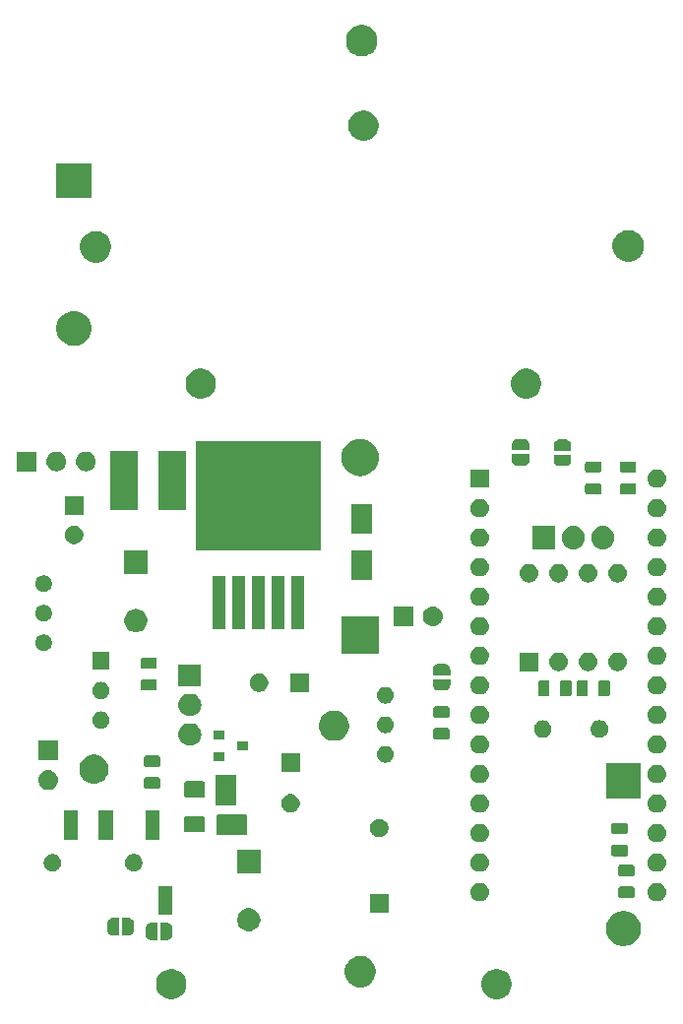
<source format=gbr>
G04 #@! TF.GenerationSoftware,KiCad,Pcbnew,(5.0.2)-1*
G04 #@! TF.CreationDate,2019-04-30T14:20:18-04:00*
G04 #@! TF.ProjectId,_saved__saved_tDCS,5f736176-6564-45f5-9f73-617665645f74,rev?*
G04 #@! TF.SameCoordinates,Original*
G04 #@! TF.FileFunction,Soldermask,Top*
G04 #@! TF.FilePolarity,Negative*
%FSLAX46Y46*%
G04 Gerber Fmt 4.6, Leading zero omitted, Abs format (unit mm)*
G04 Created by KiCad (PCBNEW (5.0.2)-1) date 4/30/2019 2:20:18 PM*
%MOMM*%
%LPD*%
G01*
G04 APERTURE LIST*
%ADD10C,0.150000*%
%ADD11C,0.100000*%
G04 APERTURE END LIST*
D10*
G36*
X220640000Y-106100000D02*
X223070000Y-106100000D01*
X223070000Y-107750000D01*
X220660000Y-107750000D01*
X220640000Y-106100000D01*
G37*
X220640000Y-106100000D02*
X223070000Y-106100000D01*
X223070000Y-107750000D01*
X220660000Y-107750000D01*
X220640000Y-106100000D01*
D11*
G36*
X245029196Y-119374958D02*
X245265780Y-119472954D01*
X245478705Y-119615226D01*
X245659774Y-119796295D01*
X245802046Y-120009220D01*
X245900042Y-120245804D01*
X245950000Y-120496960D01*
X245950000Y-120753040D01*
X245900042Y-121004196D01*
X245802046Y-121240780D01*
X245659774Y-121453705D01*
X245478705Y-121634774D01*
X245265780Y-121777046D01*
X245029196Y-121875042D01*
X244778040Y-121925000D01*
X244521960Y-121925000D01*
X244270804Y-121875042D01*
X244034220Y-121777046D01*
X243821295Y-121634774D01*
X243640226Y-121453705D01*
X243497954Y-121240780D01*
X243399958Y-121004196D01*
X243350000Y-120753040D01*
X243350000Y-120496960D01*
X243399958Y-120245804D01*
X243497954Y-120009220D01*
X243640226Y-119796295D01*
X243821295Y-119615226D01*
X244034220Y-119472954D01*
X244270804Y-119374958D01*
X244521960Y-119325000D01*
X244778040Y-119325000D01*
X245029196Y-119374958D01*
X245029196Y-119374958D01*
G37*
G36*
X217029196Y-119374958D02*
X217265780Y-119472954D01*
X217478705Y-119615226D01*
X217659774Y-119796295D01*
X217802046Y-120009220D01*
X217900042Y-120245804D01*
X217950000Y-120496960D01*
X217950000Y-120753040D01*
X217900042Y-121004196D01*
X217802046Y-121240780D01*
X217659774Y-121453705D01*
X217478705Y-121634774D01*
X217265780Y-121777046D01*
X217029196Y-121875042D01*
X216778040Y-121925000D01*
X216521960Y-121925000D01*
X216270804Y-121875042D01*
X216034220Y-121777046D01*
X215821295Y-121634774D01*
X215640226Y-121453705D01*
X215497954Y-121240780D01*
X215399958Y-121004196D01*
X215350000Y-120753040D01*
X215350000Y-120496960D01*
X215399958Y-120245804D01*
X215497954Y-120009220D01*
X215640226Y-119796295D01*
X215821295Y-119615226D01*
X216034220Y-119472954D01*
X216270804Y-119374958D01*
X216521960Y-119325000D01*
X216778040Y-119325000D01*
X217029196Y-119374958D01*
X217029196Y-119374958D01*
G37*
G36*
X233303778Y-118261879D02*
X233549466Y-118363646D01*
X233770578Y-118511389D01*
X233958611Y-118699422D01*
X234106354Y-118920534D01*
X234208121Y-119166222D01*
X234260000Y-119427035D01*
X234260000Y-119692965D01*
X234208121Y-119953778D01*
X234106354Y-120199466D01*
X233958611Y-120420578D01*
X233770578Y-120608611D01*
X233549466Y-120756354D01*
X233303778Y-120858121D01*
X233042965Y-120910000D01*
X232777035Y-120910000D01*
X232516222Y-120858121D01*
X232270534Y-120756354D01*
X232049422Y-120608611D01*
X231861389Y-120420578D01*
X231713646Y-120199466D01*
X231611879Y-119953778D01*
X231560000Y-119692965D01*
X231560000Y-119427035D01*
X231611879Y-119166222D01*
X231713646Y-118920534D01*
X231861389Y-118699422D01*
X232049422Y-118511389D01*
X232270534Y-118363646D01*
X232516222Y-118261879D01*
X232777035Y-118210000D01*
X233042965Y-118210000D01*
X233303778Y-118261879D01*
X233303778Y-118261879D01*
G37*
G36*
X255890935Y-114413429D02*
X255987534Y-114432644D01*
X256260517Y-114545717D01*
X256381150Y-114626322D01*
X256506197Y-114709876D01*
X256715124Y-114918803D01*
X256715126Y-114918806D01*
X256879283Y-115164483D01*
X256992356Y-115437466D01*
X256997533Y-115463495D01*
X257050000Y-115727261D01*
X257050000Y-116022739D01*
X257034423Y-116101048D01*
X256992356Y-116312534D01*
X256879283Y-116585517D01*
X256775779Y-116740421D01*
X256715124Y-116831197D01*
X256506197Y-117040124D01*
X256506194Y-117040126D01*
X256260517Y-117204283D01*
X255987534Y-117317356D01*
X255890935Y-117336571D01*
X255697739Y-117375000D01*
X255402261Y-117375000D01*
X255209065Y-117336571D01*
X255112466Y-117317356D01*
X254839483Y-117204283D01*
X254593806Y-117040126D01*
X254593803Y-117040124D01*
X254384876Y-116831197D01*
X254324221Y-116740421D01*
X254220717Y-116585517D01*
X254107644Y-116312534D01*
X254065577Y-116101048D01*
X254050000Y-116022739D01*
X254050000Y-115727261D01*
X254102467Y-115463495D01*
X254107644Y-115437466D01*
X254220717Y-115164483D01*
X254384874Y-114918806D01*
X254384876Y-114918803D01*
X254593803Y-114709876D01*
X254718850Y-114626322D01*
X254839483Y-114545717D01*
X255112466Y-114432644D01*
X255209065Y-114413429D01*
X255402261Y-114375000D01*
X255697739Y-114375000D01*
X255890935Y-114413429D01*
X255890935Y-114413429D01*
G37*
G36*
X216262203Y-115351201D02*
X216274453Y-115351803D01*
X216292872Y-115351803D01*
X216305150Y-115353012D01*
X216389232Y-115369737D01*
X216401048Y-115373322D01*
X216480255Y-115406130D01*
X216491140Y-115411947D01*
X216562425Y-115459579D01*
X216571973Y-115467415D01*
X216632585Y-115528027D01*
X216640421Y-115537575D01*
X216688053Y-115608860D01*
X216693870Y-115619745D01*
X216726678Y-115698952D01*
X216730263Y-115710768D01*
X216746988Y-115794850D01*
X216748197Y-115807128D01*
X216748197Y-115825547D01*
X216748799Y-115837797D01*
X216750605Y-115856137D01*
X216750605Y-116343863D01*
X216748799Y-116362203D01*
X216748197Y-116374453D01*
X216748197Y-116392872D01*
X216746988Y-116405150D01*
X216730263Y-116489232D01*
X216726678Y-116501048D01*
X216693870Y-116580255D01*
X216688053Y-116591140D01*
X216640421Y-116662425D01*
X216632585Y-116671973D01*
X216571973Y-116732585D01*
X216562425Y-116740421D01*
X216491140Y-116788053D01*
X216480255Y-116793870D01*
X216401048Y-116826678D01*
X216389232Y-116830263D01*
X216305150Y-116846988D01*
X216292872Y-116848197D01*
X216274453Y-116848197D01*
X216262203Y-116848799D01*
X216243863Y-116850605D01*
X215756137Y-116850605D01*
X215750001Y-116850001D01*
X215749999Y-116849999D01*
X215749395Y-116843863D01*
X215749395Y-115356137D01*
X215749999Y-115350001D01*
X215750000Y-115350000D01*
X215750002Y-115349999D01*
X215750001Y-115349999D01*
X215756137Y-115349395D01*
X216243863Y-115349395D01*
X216262203Y-115351201D01*
X216262203Y-115351201D01*
G37*
G36*
X215449999Y-115349999D02*
X215449998Y-115349999D01*
X215450000Y-115350000D01*
X215450001Y-115350001D01*
X215450605Y-115356137D01*
X215450605Y-116843863D01*
X215450001Y-116849999D01*
X215449999Y-116850001D01*
X215443863Y-116850605D01*
X214956137Y-116850605D01*
X214937797Y-116848799D01*
X214925547Y-116848197D01*
X214907128Y-116848197D01*
X214894850Y-116846988D01*
X214810768Y-116830263D01*
X214798952Y-116826678D01*
X214719745Y-116793870D01*
X214708860Y-116788053D01*
X214637575Y-116740421D01*
X214628027Y-116732585D01*
X214567415Y-116671973D01*
X214559579Y-116662425D01*
X214511947Y-116591140D01*
X214506130Y-116580255D01*
X214473322Y-116501048D01*
X214469737Y-116489232D01*
X214453012Y-116405150D01*
X214451803Y-116392872D01*
X214451803Y-116374453D01*
X214451201Y-116362203D01*
X214449395Y-116343863D01*
X214449395Y-115856137D01*
X214451201Y-115837797D01*
X214451803Y-115825547D01*
X214451803Y-115807128D01*
X214453012Y-115794850D01*
X214469737Y-115710768D01*
X214473322Y-115698952D01*
X214506130Y-115619745D01*
X214511947Y-115608860D01*
X214559579Y-115537575D01*
X214567415Y-115528027D01*
X214628027Y-115467415D01*
X214637575Y-115459579D01*
X214708860Y-115411947D01*
X214719745Y-115406130D01*
X214798952Y-115373322D01*
X214810768Y-115369737D01*
X214894850Y-115353012D01*
X214907128Y-115351803D01*
X214925547Y-115351803D01*
X214937797Y-115351201D01*
X214956137Y-115349395D01*
X215443863Y-115349395D01*
X215449999Y-115349999D01*
X215449999Y-115349999D01*
G37*
G36*
X212962203Y-114951201D02*
X212974453Y-114951803D01*
X212992872Y-114951803D01*
X213005150Y-114953012D01*
X213089232Y-114969737D01*
X213101048Y-114973322D01*
X213180255Y-115006130D01*
X213191140Y-115011947D01*
X213262425Y-115059579D01*
X213271973Y-115067415D01*
X213332585Y-115128027D01*
X213340421Y-115137575D01*
X213388053Y-115208860D01*
X213393870Y-115219745D01*
X213426678Y-115298952D01*
X213430263Y-115310768D01*
X213446988Y-115394850D01*
X213448197Y-115407128D01*
X213448197Y-115425547D01*
X213448799Y-115437797D01*
X213450605Y-115456137D01*
X213450605Y-115943863D01*
X213448799Y-115962203D01*
X213448197Y-115974453D01*
X213448197Y-115992872D01*
X213446988Y-116005150D01*
X213430263Y-116089232D01*
X213426678Y-116101048D01*
X213393870Y-116180255D01*
X213388053Y-116191140D01*
X213340421Y-116262425D01*
X213332585Y-116271973D01*
X213271973Y-116332585D01*
X213262425Y-116340421D01*
X213191140Y-116388053D01*
X213180255Y-116393870D01*
X213101048Y-116426678D01*
X213089232Y-116430263D01*
X213005150Y-116446988D01*
X212992872Y-116448197D01*
X212974453Y-116448197D01*
X212962203Y-116448799D01*
X212943863Y-116450605D01*
X212456137Y-116450605D01*
X212450001Y-116450001D01*
X212449999Y-116449999D01*
X212449395Y-116443863D01*
X212449395Y-114956137D01*
X212449999Y-114950001D01*
X212450000Y-114950000D01*
X212450002Y-114949999D01*
X212450001Y-114949999D01*
X212456137Y-114949395D01*
X212943863Y-114949395D01*
X212962203Y-114951201D01*
X212962203Y-114951201D01*
G37*
G36*
X212149999Y-114949999D02*
X212149998Y-114949999D01*
X212150000Y-114950000D01*
X212150001Y-114950001D01*
X212150605Y-114956137D01*
X212150605Y-116443863D01*
X212150001Y-116449999D01*
X212149999Y-116450001D01*
X212143863Y-116450605D01*
X211656137Y-116450605D01*
X211637797Y-116448799D01*
X211625547Y-116448197D01*
X211607128Y-116448197D01*
X211594850Y-116446988D01*
X211510768Y-116430263D01*
X211498952Y-116426678D01*
X211419745Y-116393870D01*
X211408860Y-116388053D01*
X211337575Y-116340421D01*
X211328027Y-116332585D01*
X211267415Y-116271973D01*
X211259579Y-116262425D01*
X211211947Y-116191140D01*
X211206130Y-116180255D01*
X211173322Y-116101048D01*
X211169737Y-116089232D01*
X211153012Y-116005150D01*
X211151803Y-115992872D01*
X211151803Y-115974453D01*
X211151201Y-115962203D01*
X211149395Y-115943863D01*
X211149395Y-115456137D01*
X211151201Y-115437797D01*
X211151803Y-115425547D01*
X211151803Y-115407128D01*
X211153012Y-115394850D01*
X211169737Y-115310768D01*
X211173322Y-115298952D01*
X211206130Y-115219745D01*
X211211947Y-115208860D01*
X211259579Y-115137575D01*
X211267415Y-115128027D01*
X211328027Y-115067415D01*
X211337575Y-115059579D01*
X211408860Y-115011947D01*
X211419745Y-115006130D01*
X211498952Y-114973322D01*
X211510768Y-114969737D01*
X211594850Y-114953012D01*
X211607128Y-114951803D01*
X211625547Y-114951803D01*
X211637797Y-114951201D01*
X211656137Y-114949395D01*
X212143863Y-114949395D01*
X212149999Y-114949999D01*
X212149999Y-114949999D01*
G37*
G36*
X223500770Y-114115372D02*
X223616689Y-114138429D01*
X223798678Y-114213811D01*
X223962463Y-114323249D01*
X224101751Y-114462537D01*
X224211189Y-114626322D01*
X224286571Y-114808311D01*
X224308549Y-114918803D01*
X224325000Y-115001507D01*
X224325000Y-115198493D01*
X224309628Y-115275770D01*
X224286571Y-115391689D01*
X224211189Y-115573678D01*
X224101751Y-115737463D01*
X223962463Y-115876751D01*
X223798678Y-115986189D01*
X223616689Y-116061571D01*
X223500770Y-116084628D01*
X223423493Y-116100000D01*
X223226507Y-116100000D01*
X223149230Y-116084628D01*
X223033311Y-116061571D01*
X222851322Y-115986189D01*
X222687537Y-115876751D01*
X222548249Y-115737463D01*
X222438811Y-115573678D01*
X222363429Y-115391689D01*
X222340372Y-115275770D01*
X222325000Y-115198493D01*
X222325000Y-115001507D01*
X222341451Y-114918803D01*
X222363429Y-114808311D01*
X222438811Y-114626322D01*
X222548249Y-114462537D01*
X222687537Y-114323249D01*
X222851322Y-114213811D01*
X223033311Y-114138429D01*
X223149230Y-114115372D01*
X223226507Y-114100000D01*
X223423493Y-114100000D01*
X223500770Y-114115372D01*
X223500770Y-114115372D01*
G37*
G36*
X216725000Y-114700000D02*
X215525000Y-114700000D01*
X215525000Y-112200000D01*
X216725000Y-112200000D01*
X216725000Y-114700000D01*
X216725000Y-114700000D01*
G37*
G36*
X235330000Y-114520000D02*
X233730000Y-114520000D01*
X233730000Y-112920000D01*
X235330000Y-112920000D01*
X235330000Y-114520000D01*
X235330000Y-114520000D01*
G37*
G36*
X258537649Y-111937717D02*
X258576827Y-111941576D01*
X258652228Y-111964449D01*
X258727629Y-111987321D01*
X258866608Y-112061608D01*
X258988422Y-112161578D01*
X259088392Y-112283392D01*
X259162679Y-112422371D01*
X259208424Y-112573174D01*
X259223870Y-112730000D01*
X259208424Y-112886826D01*
X259162679Y-113037629D01*
X259088392Y-113176608D01*
X258988422Y-113298422D01*
X258866608Y-113398392D01*
X258727629Y-113472679D01*
X258652228Y-113495551D01*
X258576827Y-113518424D01*
X258537649Y-113522283D01*
X258459295Y-113530000D01*
X258380705Y-113530000D01*
X258302351Y-113522283D01*
X258263173Y-113518424D01*
X258187772Y-113495551D01*
X258112371Y-113472679D01*
X257973392Y-113398392D01*
X257851578Y-113298422D01*
X257751608Y-113176608D01*
X257677321Y-113037629D01*
X257631576Y-112886826D01*
X257616130Y-112730000D01*
X257631576Y-112573174D01*
X257677321Y-112422371D01*
X257751608Y-112283392D01*
X257851578Y-112161578D01*
X257973392Y-112061608D01*
X258112371Y-111987321D01*
X258187772Y-111964449D01*
X258263173Y-111941576D01*
X258302351Y-111937717D01*
X258380705Y-111930000D01*
X258459295Y-111930000D01*
X258537649Y-111937717D01*
X258537649Y-111937717D01*
G37*
G36*
X243297649Y-111937717D02*
X243336827Y-111941576D01*
X243412228Y-111964449D01*
X243487629Y-111987321D01*
X243626608Y-112061608D01*
X243748422Y-112161578D01*
X243848392Y-112283392D01*
X243922679Y-112422371D01*
X243968424Y-112573174D01*
X243983870Y-112730000D01*
X243968424Y-112886826D01*
X243922679Y-113037629D01*
X243848392Y-113176608D01*
X243748422Y-113298422D01*
X243626608Y-113398392D01*
X243487629Y-113472679D01*
X243412228Y-113495551D01*
X243336827Y-113518424D01*
X243297649Y-113522283D01*
X243219295Y-113530000D01*
X243140705Y-113530000D01*
X243062351Y-113522283D01*
X243023173Y-113518424D01*
X242947772Y-113495551D01*
X242872371Y-113472679D01*
X242733392Y-113398392D01*
X242611578Y-113298422D01*
X242511608Y-113176608D01*
X242437321Y-113037629D01*
X242391576Y-112886826D01*
X242376130Y-112730000D01*
X242391576Y-112573174D01*
X242437321Y-112422371D01*
X242511608Y-112283392D01*
X242611578Y-112161578D01*
X242733392Y-112061608D01*
X242872371Y-111987321D01*
X242947772Y-111964449D01*
X243023173Y-111941576D01*
X243062351Y-111937717D01*
X243140705Y-111930000D01*
X243219295Y-111930000D01*
X243297649Y-111937717D01*
X243297649Y-111937717D01*
G37*
G36*
X256353992Y-112254076D02*
X256387883Y-112264357D01*
X256419111Y-112281048D01*
X256446485Y-112303515D01*
X256468952Y-112330889D01*
X256485643Y-112362117D01*
X256495924Y-112396008D01*
X256500000Y-112437391D01*
X256500000Y-113037609D01*
X256495924Y-113078992D01*
X256485643Y-113112883D01*
X256468952Y-113144111D01*
X256446485Y-113171485D01*
X256419111Y-113193952D01*
X256387883Y-113210643D01*
X256353992Y-113220924D01*
X256312609Y-113225000D01*
X255287391Y-113225000D01*
X255246008Y-113220924D01*
X255212117Y-113210643D01*
X255180889Y-113193952D01*
X255153515Y-113171485D01*
X255131048Y-113144111D01*
X255114357Y-113112883D01*
X255104076Y-113078992D01*
X255100000Y-113037609D01*
X255100000Y-112437391D01*
X255104076Y-112396008D01*
X255114357Y-112362117D01*
X255131048Y-112330889D01*
X255153515Y-112303515D01*
X255180889Y-112281048D01*
X255212117Y-112264357D01*
X255246008Y-112254076D01*
X255287391Y-112250000D01*
X256312609Y-112250000D01*
X256353992Y-112254076D01*
X256353992Y-112254076D01*
G37*
G36*
X256353992Y-110379076D02*
X256387883Y-110389357D01*
X256419111Y-110406048D01*
X256446485Y-110428515D01*
X256468952Y-110455889D01*
X256485643Y-110487117D01*
X256495924Y-110521008D01*
X256500000Y-110562391D01*
X256500000Y-111162609D01*
X256495924Y-111203992D01*
X256485643Y-111237883D01*
X256468952Y-111269111D01*
X256446485Y-111296485D01*
X256419111Y-111318952D01*
X256387883Y-111335643D01*
X256353992Y-111345924D01*
X256312609Y-111350000D01*
X255287391Y-111350000D01*
X255246008Y-111345924D01*
X255212117Y-111335643D01*
X255180889Y-111318952D01*
X255153515Y-111296485D01*
X255131048Y-111269111D01*
X255114357Y-111237883D01*
X255104076Y-111203992D01*
X255100000Y-111162609D01*
X255100000Y-110562391D01*
X255104076Y-110521008D01*
X255114357Y-110487117D01*
X255131048Y-110455889D01*
X255153515Y-110428515D01*
X255180889Y-110406048D01*
X255212117Y-110389357D01*
X255246008Y-110379076D01*
X255287391Y-110375000D01*
X256312609Y-110375000D01*
X256353992Y-110379076D01*
X256353992Y-110379076D01*
G37*
G36*
X224325000Y-111100000D02*
X222325000Y-111100000D01*
X222325000Y-109100000D01*
X224325000Y-109100000D01*
X224325000Y-111100000D01*
X224325000Y-111100000D01*
G37*
G36*
X243297649Y-109397717D02*
X243336827Y-109401576D01*
X243412227Y-109424448D01*
X243487629Y-109447321D01*
X243626608Y-109521608D01*
X243748422Y-109621578D01*
X243848392Y-109743392D01*
X243922679Y-109882371D01*
X243922679Y-109882372D01*
X243968424Y-110033173D01*
X243983870Y-110190000D01*
X243968424Y-110346827D01*
X243950459Y-110406048D01*
X243922679Y-110497629D01*
X243848392Y-110636608D01*
X243748422Y-110758422D01*
X243626608Y-110858392D01*
X243487629Y-110932679D01*
X243412227Y-110955552D01*
X243336827Y-110978424D01*
X243297649Y-110982283D01*
X243219295Y-110990000D01*
X243140705Y-110990000D01*
X243062351Y-110982283D01*
X243023173Y-110978424D01*
X242947772Y-110955551D01*
X242872371Y-110932679D01*
X242733392Y-110858392D01*
X242611578Y-110758422D01*
X242511608Y-110636608D01*
X242437321Y-110497629D01*
X242409541Y-110406048D01*
X242391576Y-110346827D01*
X242376130Y-110190000D01*
X242391576Y-110033173D01*
X242437321Y-109882372D01*
X242437321Y-109882371D01*
X242511608Y-109743392D01*
X242611578Y-109621578D01*
X242733392Y-109521608D01*
X242872371Y-109447321D01*
X242947773Y-109424448D01*
X243023173Y-109401576D01*
X243062351Y-109397717D01*
X243140705Y-109390000D01*
X243219295Y-109390000D01*
X243297649Y-109397717D01*
X243297649Y-109397717D01*
G37*
G36*
X258537649Y-109397717D02*
X258576827Y-109401576D01*
X258652227Y-109424448D01*
X258727629Y-109447321D01*
X258866608Y-109521608D01*
X258988422Y-109621578D01*
X259088392Y-109743392D01*
X259162679Y-109882371D01*
X259162679Y-109882372D01*
X259208424Y-110033173D01*
X259223870Y-110190000D01*
X259208424Y-110346827D01*
X259190459Y-110406048D01*
X259162679Y-110497629D01*
X259088392Y-110636608D01*
X258988422Y-110758422D01*
X258866608Y-110858392D01*
X258727629Y-110932679D01*
X258652227Y-110955552D01*
X258576827Y-110978424D01*
X258537649Y-110982283D01*
X258459295Y-110990000D01*
X258380705Y-110990000D01*
X258302351Y-110982283D01*
X258263173Y-110978424D01*
X258187772Y-110955551D01*
X258112371Y-110932679D01*
X257973392Y-110858392D01*
X257851578Y-110758422D01*
X257751608Y-110636608D01*
X257677321Y-110497629D01*
X257649541Y-110406048D01*
X257631576Y-110346827D01*
X257616130Y-110190000D01*
X257631576Y-110033173D01*
X257677321Y-109882372D01*
X257677321Y-109882371D01*
X257751608Y-109743392D01*
X257851578Y-109621578D01*
X257973392Y-109521608D01*
X258112371Y-109447321D01*
X258187773Y-109424448D01*
X258263173Y-109401576D01*
X258302351Y-109397717D01*
X258380705Y-109390000D01*
X258459295Y-109390000D01*
X258537649Y-109397717D01*
X258537649Y-109397717D01*
G37*
G36*
X206524554Y-109455109D02*
X206643767Y-109478822D01*
X206700303Y-109502240D01*
X206780257Y-109535358D01*
X206903100Y-109617439D01*
X207007561Y-109721900D01*
X207089642Y-109844743D01*
X207105228Y-109882371D01*
X207146178Y-109981233D01*
X207175000Y-110126131D01*
X207175000Y-110273869D01*
X207146713Y-110416079D01*
X207146178Y-110418766D01*
X207089642Y-110555257D01*
X207007561Y-110678100D01*
X206903100Y-110782561D01*
X206780257Y-110864642D01*
X206700303Y-110897760D01*
X206643767Y-110921178D01*
X206571318Y-110935589D01*
X206498870Y-110950000D01*
X206351130Y-110950000D01*
X206278682Y-110935589D01*
X206206233Y-110921178D01*
X206149697Y-110897760D01*
X206069743Y-110864642D01*
X205946900Y-110782561D01*
X205842439Y-110678100D01*
X205760358Y-110555257D01*
X205703822Y-110418766D01*
X205703288Y-110416079D01*
X205675000Y-110273869D01*
X205675000Y-110126131D01*
X205703822Y-109981233D01*
X205744772Y-109882371D01*
X205760358Y-109844743D01*
X205842439Y-109721900D01*
X205946900Y-109617439D01*
X206069743Y-109535358D01*
X206149697Y-109502240D01*
X206206233Y-109478822D01*
X206325446Y-109455109D01*
X206351130Y-109450000D01*
X206498870Y-109450000D01*
X206524554Y-109455109D01*
X206524554Y-109455109D01*
G37*
G36*
X213524554Y-109455109D02*
X213643767Y-109478822D01*
X213700303Y-109502240D01*
X213780257Y-109535358D01*
X213903100Y-109617439D01*
X214007561Y-109721900D01*
X214089642Y-109844743D01*
X214105228Y-109882371D01*
X214146178Y-109981233D01*
X214175000Y-110126131D01*
X214175000Y-110273869D01*
X214146713Y-110416079D01*
X214146178Y-110418766D01*
X214089642Y-110555257D01*
X214007561Y-110678100D01*
X213903100Y-110782561D01*
X213780257Y-110864642D01*
X213700303Y-110897760D01*
X213643767Y-110921178D01*
X213571318Y-110935589D01*
X213498870Y-110950000D01*
X213351130Y-110950000D01*
X213278682Y-110935589D01*
X213206233Y-110921178D01*
X213149697Y-110897760D01*
X213069743Y-110864642D01*
X212946900Y-110782561D01*
X212842439Y-110678100D01*
X212760358Y-110555257D01*
X212703822Y-110418766D01*
X212703288Y-110416079D01*
X212675000Y-110273869D01*
X212675000Y-110126131D01*
X212703822Y-109981233D01*
X212744772Y-109882371D01*
X212760358Y-109844743D01*
X212842439Y-109721900D01*
X212946900Y-109617439D01*
X213069743Y-109535358D01*
X213149697Y-109502240D01*
X213206233Y-109478822D01*
X213325446Y-109455109D01*
X213351130Y-109450000D01*
X213498870Y-109450000D01*
X213524554Y-109455109D01*
X213524554Y-109455109D01*
G37*
G36*
X255773992Y-108671576D02*
X255807883Y-108681857D01*
X255839111Y-108698548D01*
X255866485Y-108721015D01*
X255888952Y-108748389D01*
X255905643Y-108779617D01*
X255915924Y-108813508D01*
X255920000Y-108854891D01*
X255920000Y-109455109D01*
X255915924Y-109496492D01*
X255905643Y-109530383D01*
X255888952Y-109561611D01*
X255866485Y-109588985D01*
X255839111Y-109611452D01*
X255807883Y-109628143D01*
X255773992Y-109638424D01*
X255732609Y-109642500D01*
X254707391Y-109642500D01*
X254666008Y-109638424D01*
X254632117Y-109628143D01*
X254600889Y-109611452D01*
X254573515Y-109588985D01*
X254551048Y-109561611D01*
X254534357Y-109530383D01*
X254524076Y-109496492D01*
X254520000Y-109455109D01*
X254520000Y-108854891D01*
X254524076Y-108813508D01*
X254534357Y-108779617D01*
X254551048Y-108748389D01*
X254573515Y-108721015D01*
X254600889Y-108698548D01*
X254632117Y-108681857D01*
X254666008Y-108671576D01*
X254707391Y-108667500D01*
X255732609Y-108667500D01*
X255773992Y-108671576D01*
X255773992Y-108671576D01*
G37*
G36*
X258537649Y-106857717D02*
X258576827Y-106861576D01*
X258615769Y-106873389D01*
X258727629Y-106907321D01*
X258866608Y-106981608D01*
X258988422Y-107081578D01*
X259088392Y-107203392D01*
X259162679Y-107342371D01*
X259162679Y-107342372D01*
X259208424Y-107493173D01*
X259211553Y-107524944D01*
X259223870Y-107650000D01*
X259208424Y-107806826D01*
X259162679Y-107957629D01*
X259088392Y-108096608D01*
X258988422Y-108218422D01*
X258866608Y-108318392D01*
X258727629Y-108392679D01*
X258652228Y-108415551D01*
X258576827Y-108438424D01*
X258537649Y-108442283D01*
X258459295Y-108450000D01*
X258380705Y-108450000D01*
X258302351Y-108442283D01*
X258263173Y-108438424D01*
X258187772Y-108415551D01*
X258112371Y-108392679D01*
X257973392Y-108318392D01*
X257851578Y-108218422D01*
X257751608Y-108096608D01*
X257677321Y-107957629D01*
X257631576Y-107806826D01*
X257616130Y-107650000D01*
X257628447Y-107524944D01*
X257631576Y-107493173D01*
X257677321Y-107342372D01*
X257677321Y-107342371D01*
X257751608Y-107203392D01*
X257851578Y-107081578D01*
X257973392Y-106981608D01*
X258112371Y-106907321D01*
X258224231Y-106873389D01*
X258263173Y-106861576D01*
X258302351Y-106857717D01*
X258380705Y-106850000D01*
X258459295Y-106850000D01*
X258537649Y-106857717D01*
X258537649Y-106857717D01*
G37*
G36*
X243297649Y-106857717D02*
X243336827Y-106861576D01*
X243375769Y-106873389D01*
X243487629Y-106907321D01*
X243626608Y-106981608D01*
X243748422Y-107081578D01*
X243848392Y-107203392D01*
X243922679Y-107342371D01*
X243922679Y-107342372D01*
X243968424Y-107493173D01*
X243971553Y-107524944D01*
X243983870Y-107650000D01*
X243968424Y-107806826D01*
X243922679Y-107957629D01*
X243848392Y-108096608D01*
X243748422Y-108218422D01*
X243626608Y-108318392D01*
X243487629Y-108392679D01*
X243412228Y-108415551D01*
X243336827Y-108438424D01*
X243297649Y-108442283D01*
X243219295Y-108450000D01*
X243140705Y-108450000D01*
X243062351Y-108442283D01*
X243023173Y-108438424D01*
X242947772Y-108415551D01*
X242872371Y-108392679D01*
X242733392Y-108318392D01*
X242611578Y-108218422D01*
X242511608Y-108096608D01*
X242437321Y-107957629D01*
X242391576Y-107806826D01*
X242376130Y-107650000D01*
X242388447Y-107524944D01*
X242391576Y-107493173D01*
X242437321Y-107342372D01*
X242437321Y-107342371D01*
X242511608Y-107203392D01*
X242611578Y-107081578D01*
X242733392Y-106981608D01*
X242872371Y-106907321D01*
X242984231Y-106873389D01*
X243023173Y-106861576D01*
X243062351Y-106857717D01*
X243140705Y-106850000D01*
X243219295Y-106850000D01*
X243297649Y-106857717D01*
X243297649Y-106857717D01*
G37*
G36*
X208625000Y-108200000D02*
X207425000Y-108200000D01*
X207425000Y-105700000D01*
X208625000Y-105700000D01*
X208625000Y-108200000D01*
X208625000Y-108200000D01*
G37*
G36*
X215625000Y-108200000D02*
X214425000Y-108200000D01*
X214425000Y-105700000D01*
X215625000Y-105700000D01*
X215625000Y-108200000D01*
X215625000Y-108200000D01*
G37*
G36*
X211625000Y-108200000D02*
X210425000Y-108200000D01*
X210425000Y-105700000D01*
X211625000Y-105700000D01*
X211625000Y-108200000D01*
X211625000Y-108200000D01*
G37*
G36*
X234763352Y-106450743D02*
X234908941Y-106511048D01*
X235039973Y-106598601D01*
X235151399Y-106710027D01*
X235238952Y-106841059D01*
X235299257Y-106986648D01*
X235330000Y-107141205D01*
X235330000Y-107298795D01*
X235299257Y-107453352D01*
X235238952Y-107598941D01*
X235151399Y-107729973D01*
X235039973Y-107841399D01*
X234908941Y-107928952D01*
X234763352Y-107989257D01*
X234608795Y-108020000D01*
X234451205Y-108020000D01*
X234296648Y-107989257D01*
X234151059Y-107928952D01*
X234020027Y-107841399D01*
X233908601Y-107729973D01*
X233821048Y-107598941D01*
X233760743Y-107453352D01*
X233730000Y-107298795D01*
X233730000Y-107141205D01*
X233760743Y-106986648D01*
X233821048Y-106841059D01*
X233908601Y-106710027D01*
X234020027Y-106598601D01*
X234151059Y-106511048D01*
X234296648Y-106450743D01*
X234451205Y-106420000D01*
X234608795Y-106420000D01*
X234763352Y-106450743D01*
X234763352Y-106450743D01*
G37*
G36*
X255773992Y-106796576D02*
X255807883Y-106806857D01*
X255839111Y-106823548D01*
X255866485Y-106846015D01*
X255888952Y-106873389D01*
X255905643Y-106904617D01*
X255915924Y-106938508D01*
X255920000Y-106979891D01*
X255920000Y-107580109D01*
X255915924Y-107621492D01*
X255905643Y-107655383D01*
X255888952Y-107686611D01*
X255866485Y-107713985D01*
X255839111Y-107736452D01*
X255807883Y-107753143D01*
X255773992Y-107763424D01*
X255732609Y-107767500D01*
X254707391Y-107767500D01*
X254666008Y-107763424D01*
X254632117Y-107753143D01*
X254600889Y-107736452D01*
X254573515Y-107713985D01*
X254551048Y-107686611D01*
X254534357Y-107655383D01*
X254524076Y-107621492D01*
X254520000Y-107580109D01*
X254520000Y-106979891D01*
X254524076Y-106938508D01*
X254534357Y-106904617D01*
X254551048Y-106873389D01*
X254573515Y-106846015D01*
X254600889Y-106823548D01*
X254632117Y-106806857D01*
X254666008Y-106796576D01*
X254707391Y-106792500D01*
X255732609Y-106792500D01*
X255773992Y-106796576D01*
X255773992Y-106796576D01*
G37*
G36*
X219389556Y-106178823D02*
X219420982Y-106188356D01*
X219449944Y-106203836D01*
X219475330Y-106224670D01*
X219496164Y-106250056D01*
X219511644Y-106279018D01*
X219521177Y-106310444D01*
X219525000Y-106349263D01*
X219525000Y-107425737D01*
X219521177Y-107464556D01*
X219511644Y-107495982D01*
X219496164Y-107524944D01*
X219475330Y-107550330D01*
X219449944Y-107571164D01*
X219420982Y-107586644D01*
X219389556Y-107596177D01*
X219350737Y-107600000D01*
X217949263Y-107600000D01*
X217910444Y-107596177D01*
X217879018Y-107586644D01*
X217850056Y-107571164D01*
X217824670Y-107550330D01*
X217803836Y-107524944D01*
X217788356Y-107495982D01*
X217778823Y-107464556D01*
X217775000Y-107425737D01*
X217775000Y-106349263D01*
X217778823Y-106310444D01*
X217788356Y-106279018D01*
X217803836Y-106250056D01*
X217824670Y-106224670D01*
X217850056Y-106203836D01*
X217879018Y-106188356D01*
X217910444Y-106178823D01*
X217949263Y-106175000D01*
X219350737Y-106175000D01*
X219389556Y-106178823D01*
X219389556Y-106178823D01*
G37*
G36*
X243297649Y-104317717D02*
X243336827Y-104321576D01*
X243412228Y-104344449D01*
X243487629Y-104367321D01*
X243626608Y-104441608D01*
X243748422Y-104541578D01*
X243848392Y-104663392D01*
X243922679Y-104802371D01*
X243922679Y-104802372D01*
X243968424Y-104953173D01*
X243983870Y-105110000D01*
X243977095Y-105178793D01*
X243968424Y-105266826D01*
X243922679Y-105417629D01*
X243848392Y-105556608D01*
X243748422Y-105678422D01*
X243626608Y-105778392D01*
X243487629Y-105852679D01*
X243432978Y-105869257D01*
X243336827Y-105898424D01*
X243320825Y-105900000D01*
X243219295Y-105910000D01*
X243140705Y-105910000D01*
X243039175Y-105900000D01*
X243023173Y-105898424D01*
X242927022Y-105869257D01*
X242872371Y-105852679D01*
X242733392Y-105778392D01*
X242611578Y-105678422D01*
X242511608Y-105556608D01*
X242437321Y-105417629D01*
X242391576Y-105266826D01*
X242382906Y-105178793D01*
X242376130Y-105110000D01*
X242391576Y-104953173D01*
X242437321Y-104802372D01*
X242437321Y-104802371D01*
X242511608Y-104663392D01*
X242611578Y-104541578D01*
X242733392Y-104441608D01*
X242872371Y-104367321D01*
X242947772Y-104344449D01*
X243023173Y-104321576D01*
X243062351Y-104317717D01*
X243140705Y-104310000D01*
X243219295Y-104310000D01*
X243297649Y-104317717D01*
X243297649Y-104317717D01*
G37*
G36*
X258537649Y-104317717D02*
X258576827Y-104321576D01*
X258652228Y-104344449D01*
X258727629Y-104367321D01*
X258866608Y-104441608D01*
X258988422Y-104541578D01*
X259088392Y-104663392D01*
X259162679Y-104802371D01*
X259162679Y-104802372D01*
X259208424Y-104953173D01*
X259223870Y-105110000D01*
X259217095Y-105178793D01*
X259208424Y-105266826D01*
X259162679Y-105417629D01*
X259088392Y-105556608D01*
X258988422Y-105678422D01*
X258866608Y-105778392D01*
X258727629Y-105852679D01*
X258672978Y-105869257D01*
X258576827Y-105898424D01*
X258560825Y-105900000D01*
X258459295Y-105910000D01*
X258380705Y-105910000D01*
X258279175Y-105900000D01*
X258263173Y-105898424D01*
X258167022Y-105869257D01*
X258112371Y-105852679D01*
X257973392Y-105778392D01*
X257851578Y-105678422D01*
X257751608Y-105556608D01*
X257677321Y-105417629D01*
X257631576Y-105266826D01*
X257622906Y-105178793D01*
X257616130Y-105110000D01*
X257631576Y-104953173D01*
X257677321Y-104802372D01*
X257677321Y-104802371D01*
X257751608Y-104663392D01*
X257851578Y-104541578D01*
X257973392Y-104441608D01*
X258112371Y-104367321D01*
X258187772Y-104344449D01*
X258263173Y-104321576D01*
X258302351Y-104317717D01*
X258380705Y-104310000D01*
X258459295Y-104310000D01*
X258537649Y-104317717D01*
X258537649Y-104317717D01*
G37*
G36*
X227133352Y-104330743D02*
X227278941Y-104391048D01*
X227409973Y-104478601D01*
X227521399Y-104590027D01*
X227608952Y-104721059D01*
X227669257Y-104866648D01*
X227700000Y-105021205D01*
X227700000Y-105178795D01*
X227669257Y-105333352D01*
X227608952Y-105478941D01*
X227521399Y-105609973D01*
X227409973Y-105721399D01*
X227278941Y-105808952D01*
X227133352Y-105869257D01*
X226978795Y-105900000D01*
X226821205Y-105900000D01*
X226666648Y-105869257D01*
X226521059Y-105808952D01*
X226390027Y-105721399D01*
X226278601Y-105609973D01*
X226191048Y-105478941D01*
X226130743Y-105333352D01*
X226100000Y-105178795D01*
X226100000Y-105021205D01*
X226130743Y-104866648D01*
X226191048Y-104721059D01*
X226278601Y-104590027D01*
X226390027Y-104478601D01*
X226521059Y-104391048D01*
X226666648Y-104330743D01*
X226821205Y-104300000D01*
X226978795Y-104300000D01*
X227133352Y-104330743D01*
X227133352Y-104330743D01*
G37*
G36*
X222250000Y-105240000D02*
X220490000Y-105240000D01*
X220490000Y-102684228D01*
X220485560Y-102651210D01*
X220485506Y-102651011D01*
X220480000Y-102640000D01*
X222250000Y-102640000D01*
X222250000Y-105240000D01*
X222250000Y-105240000D01*
G37*
G36*
X257050000Y-104675000D02*
X254050000Y-104675000D01*
X254050000Y-101675000D01*
X257050000Y-101675000D01*
X257050000Y-104675000D01*
X257050000Y-104675000D01*
G37*
G36*
X219388964Y-103203837D02*
X219420528Y-103213412D01*
X219449617Y-103228960D01*
X219475114Y-103249886D01*
X219496040Y-103275383D01*
X219511588Y-103304472D01*
X219521163Y-103336036D01*
X219525000Y-103374998D01*
X219525000Y-104450002D01*
X219521163Y-104488964D01*
X219511588Y-104520528D01*
X219496040Y-104549617D01*
X219475114Y-104575114D01*
X219449617Y-104596040D01*
X219420528Y-104611588D01*
X219388964Y-104621163D01*
X219350002Y-104625000D01*
X217949998Y-104625000D01*
X217911036Y-104621163D01*
X217879472Y-104611588D01*
X217850383Y-104596040D01*
X217824886Y-104575114D01*
X217803960Y-104549617D01*
X217788412Y-104520528D01*
X217778837Y-104488964D01*
X217775000Y-104450002D01*
X217775000Y-103374998D01*
X217778837Y-103336036D01*
X217788412Y-103304472D01*
X217803960Y-103275383D01*
X217824886Y-103249886D01*
X217850383Y-103228960D01*
X217879472Y-103213412D01*
X217911036Y-103203837D01*
X217949998Y-103200000D01*
X219350002Y-103200000D01*
X219388964Y-103203837D01*
X219388964Y-103203837D01*
G37*
G36*
X206216630Y-102262299D02*
X206376855Y-102310903D01*
X206524520Y-102389831D01*
X206653949Y-102496051D01*
X206760169Y-102625480D01*
X206839097Y-102773145D01*
X206887701Y-102933370D01*
X206904112Y-103100000D01*
X206887701Y-103266630D01*
X206839097Y-103426855D01*
X206760169Y-103574520D01*
X206653949Y-103703949D01*
X206524520Y-103810169D01*
X206376855Y-103889097D01*
X206216630Y-103937701D01*
X206091752Y-103950000D01*
X206008248Y-103950000D01*
X205883370Y-103937701D01*
X205723145Y-103889097D01*
X205575480Y-103810169D01*
X205446051Y-103703949D01*
X205339831Y-103574520D01*
X205260903Y-103426855D01*
X205212299Y-103266630D01*
X205195888Y-103100000D01*
X205212299Y-102933370D01*
X205260903Y-102773145D01*
X205339831Y-102625480D01*
X205446051Y-102496051D01*
X205575480Y-102389831D01*
X205723145Y-102310903D01*
X205883370Y-102262299D01*
X206008248Y-102250000D01*
X206091752Y-102250000D01*
X206216630Y-102262299D01*
X206216630Y-102262299D01*
G37*
G36*
X215553992Y-102854076D02*
X215587883Y-102864357D01*
X215619111Y-102881048D01*
X215646485Y-102903515D01*
X215668952Y-102930889D01*
X215685643Y-102962117D01*
X215695924Y-102996008D01*
X215700000Y-103037391D01*
X215700000Y-103637609D01*
X215695924Y-103678992D01*
X215685643Y-103712883D01*
X215668952Y-103744111D01*
X215646485Y-103771485D01*
X215619111Y-103793952D01*
X215587883Y-103810643D01*
X215553992Y-103820924D01*
X215512609Y-103825000D01*
X214487391Y-103825000D01*
X214446008Y-103820924D01*
X214412117Y-103810643D01*
X214380889Y-103793952D01*
X214353515Y-103771485D01*
X214331048Y-103744111D01*
X214314357Y-103712883D01*
X214304076Y-103678992D01*
X214300000Y-103637609D01*
X214300000Y-103037391D01*
X214304076Y-102996008D01*
X214314357Y-102962117D01*
X214331048Y-102930889D01*
X214353515Y-102903515D01*
X214380889Y-102881048D01*
X214412117Y-102864357D01*
X214446008Y-102854076D01*
X214487391Y-102850000D01*
X215512609Y-102850000D01*
X215553992Y-102854076D01*
X215553992Y-102854076D01*
G37*
G36*
X210354612Y-100958037D02*
X210582096Y-101052264D01*
X210786831Y-101189064D01*
X210960936Y-101363169D01*
X211097736Y-101567904D01*
X211191963Y-101795388D01*
X211240000Y-102036885D01*
X211240000Y-102283115D01*
X211191963Y-102524612D01*
X211097736Y-102752096D01*
X210960936Y-102956831D01*
X210786831Y-103130936D01*
X210582096Y-103267736D01*
X210354612Y-103361963D01*
X210113115Y-103410000D01*
X209866885Y-103410000D01*
X209625388Y-103361963D01*
X209397904Y-103267736D01*
X209193169Y-103130936D01*
X209019064Y-102956831D01*
X208882264Y-102752096D01*
X208788037Y-102524612D01*
X208740000Y-102283115D01*
X208740000Y-102036885D01*
X208788037Y-101795388D01*
X208882264Y-101567904D01*
X209019064Y-101363169D01*
X209193169Y-101189064D01*
X209397904Y-101052264D01*
X209625388Y-100958037D01*
X209866885Y-100910000D01*
X210113115Y-100910000D01*
X210354612Y-100958037D01*
X210354612Y-100958037D01*
G37*
G36*
X258537649Y-101777717D02*
X258576827Y-101781576D01*
X258622359Y-101795388D01*
X258727629Y-101827321D01*
X258866608Y-101901608D01*
X258988422Y-102001578D01*
X259088392Y-102123392D01*
X259162679Y-102262371D01*
X259177401Y-102310903D01*
X259208424Y-102413173D01*
X259223870Y-102570000D01*
X259208424Y-102726827D01*
X259185552Y-102802227D01*
X259162679Y-102877629D01*
X259088392Y-103016608D01*
X258988422Y-103138422D01*
X258866608Y-103238392D01*
X258727629Y-103312679D01*
X258652228Y-103335551D01*
X258576827Y-103358424D01*
X258540895Y-103361963D01*
X258459295Y-103370000D01*
X258380705Y-103370000D01*
X258299105Y-103361963D01*
X258263173Y-103358424D01*
X258187772Y-103335551D01*
X258112371Y-103312679D01*
X257973392Y-103238392D01*
X257851578Y-103138422D01*
X257751608Y-103016608D01*
X257677321Y-102877629D01*
X257654448Y-102802227D01*
X257631576Y-102726827D01*
X257616130Y-102570000D01*
X257631576Y-102413173D01*
X257662599Y-102310903D01*
X257677321Y-102262371D01*
X257751608Y-102123392D01*
X257851578Y-102001578D01*
X257973392Y-101901608D01*
X258112371Y-101827321D01*
X258217641Y-101795388D01*
X258263173Y-101781576D01*
X258302351Y-101777717D01*
X258380705Y-101770000D01*
X258459295Y-101770000D01*
X258537649Y-101777717D01*
X258537649Y-101777717D01*
G37*
G36*
X243297649Y-101777717D02*
X243336827Y-101781576D01*
X243382359Y-101795388D01*
X243487629Y-101827321D01*
X243626608Y-101901608D01*
X243748422Y-102001578D01*
X243848392Y-102123392D01*
X243922679Y-102262371D01*
X243937401Y-102310903D01*
X243968424Y-102413173D01*
X243983870Y-102570000D01*
X243968424Y-102726827D01*
X243945552Y-102802227D01*
X243922679Y-102877629D01*
X243848392Y-103016608D01*
X243748422Y-103138422D01*
X243626608Y-103238392D01*
X243487629Y-103312679D01*
X243412228Y-103335551D01*
X243336827Y-103358424D01*
X243300895Y-103361963D01*
X243219295Y-103370000D01*
X243140705Y-103370000D01*
X243059105Y-103361963D01*
X243023173Y-103358424D01*
X242947772Y-103335551D01*
X242872371Y-103312679D01*
X242733392Y-103238392D01*
X242611578Y-103138422D01*
X242511608Y-103016608D01*
X242437321Y-102877629D01*
X242414448Y-102802227D01*
X242391576Y-102726827D01*
X242376130Y-102570000D01*
X242391576Y-102413173D01*
X242422599Y-102310903D01*
X242437321Y-102262371D01*
X242511608Y-102123392D01*
X242611578Y-102001578D01*
X242733392Y-101901608D01*
X242872371Y-101827321D01*
X242977641Y-101795388D01*
X243023173Y-101781576D01*
X243062351Y-101777717D01*
X243140705Y-101770000D01*
X243219295Y-101770000D01*
X243297649Y-101777717D01*
X243297649Y-101777717D01*
G37*
G36*
X227700000Y-102400000D02*
X226100000Y-102400000D01*
X226100000Y-100800000D01*
X227700000Y-100800000D01*
X227700000Y-102400000D01*
X227700000Y-102400000D01*
G37*
G36*
X215553992Y-100979076D02*
X215587883Y-100989357D01*
X215619111Y-101006048D01*
X215646485Y-101028515D01*
X215668952Y-101055889D01*
X215685643Y-101087117D01*
X215695924Y-101121008D01*
X215700000Y-101162391D01*
X215700000Y-101762609D01*
X215695924Y-101803992D01*
X215685643Y-101837883D01*
X215668952Y-101869111D01*
X215646485Y-101896485D01*
X215619111Y-101918952D01*
X215587883Y-101935643D01*
X215553992Y-101945924D01*
X215512609Y-101950000D01*
X214487391Y-101950000D01*
X214446008Y-101945924D01*
X214412117Y-101935643D01*
X214380889Y-101918952D01*
X214353515Y-101896485D01*
X214331048Y-101869111D01*
X214314357Y-101837883D01*
X214304076Y-101803992D01*
X214300000Y-101762609D01*
X214300000Y-101162391D01*
X214304076Y-101121008D01*
X214314357Y-101087117D01*
X214331048Y-101055889D01*
X214353515Y-101028515D01*
X214380889Y-101006048D01*
X214412117Y-100989357D01*
X214446008Y-100979076D01*
X214487391Y-100975000D01*
X215512609Y-100975000D01*
X215553992Y-100979076D01*
X215553992Y-100979076D01*
G37*
G36*
X235285015Y-100182668D02*
X235416049Y-100236944D01*
X235533975Y-100315740D01*
X235634260Y-100416025D01*
X235713056Y-100533951D01*
X235767332Y-100664985D01*
X235795000Y-100804085D01*
X235795000Y-100945915D01*
X235767332Y-101085015D01*
X235713056Y-101216049D01*
X235634260Y-101333975D01*
X235533975Y-101434260D01*
X235416049Y-101513056D01*
X235285015Y-101567332D01*
X235145915Y-101595000D01*
X235004085Y-101595000D01*
X234864985Y-101567332D01*
X234733951Y-101513056D01*
X234616025Y-101434260D01*
X234515740Y-101333975D01*
X234436944Y-101216049D01*
X234382668Y-101085015D01*
X234355000Y-100945915D01*
X234355000Y-100804085D01*
X234382668Y-100664985D01*
X234436944Y-100533951D01*
X234515740Y-100416025D01*
X234616025Y-100315740D01*
X234733951Y-100236944D01*
X234864985Y-100182668D01*
X235004085Y-100155000D01*
X235145915Y-100155000D01*
X235285015Y-100182668D01*
X235285015Y-100182668D01*
G37*
G36*
X221225000Y-101500000D02*
X220325000Y-101500000D01*
X220325000Y-100700000D01*
X221225000Y-100700000D01*
X221225000Y-101500000D01*
X221225000Y-101500000D01*
G37*
G36*
X206900000Y-101410000D02*
X205200000Y-101410000D01*
X205200000Y-99710000D01*
X206900000Y-99710000D01*
X206900000Y-101410000D01*
X206900000Y-101410000D01*
G37*
G36*
X258537649Y-99237717D02*
X258576827Y-99241576D01*
X258652227Y-99264448D01*
X258727629Y-99287321D01*
X258866608Y-99361608D01*
X258988422Y-99461578D01*
X259088392Y-99583392D01*
X259162679Y-99722371D01*
X259162679Y-99722372D01*
X259208424Y-99873173D01*
X259223870Y-100030000D01*
X259208834Y-100182669D01*
X259208424Y-100186826D01*
X259162679Y-100337629D01*
X259088392Y-100476608D01*
X258988422Y-100598422D01*
X258866608Y-100698392D01*
X258727629Y-100772679D01*
X258652228Y-100795551D01*
X258576827Y-100818424D01*
X258537649Y-100822283D01*
X258459295Y-100830000D01*
X258380705Y-100830000D01*
X258302351Y-100822283D01*
X258263173Y-100818424D01*
X258187772Y-100795551D01*
X258112371Y-100772679D01*
X257973392Y-100698392D01*
X257851578Y-100598422D01*
X257751608Y-100476608D01*
X257677321Y-100337629D01*
X257631576Y-100186826D01*
X257631167Y-100182669D01*
X257616130Y-100030000D01*
X257631576Y-99873173D01*
X257677321Y-99722372D01*
X257677321Y-99722371D01*
X257751608Y-99583392D01*
X257851578Y-99461578D01*
X257973392Y-99361608D01*
X258112371Y-99287321D01*
X258187773Y-99264448D01*
X258263173Y-99241576D01*
X258302351Y-99237717D01*
X258380705Y-99230000D01*
X258459295Y-99230000D01*
X258537649Y-99237717D01*
X258537649Y-99237717D01*
G37*
G36*
X243297649Y-99237717D02*
X243336827Y-99241576D01*
X243412227Y-99264448D01*
X243487629Y-99287321D01*
X243626608Y-99361608D01*
X243748422Y-99461578D01*
X243848392Y-99583392D01*
X243922679Y-99722371D01*
X243922679Y-99722372D01*
X243968424Y-99873173D01*
X243983870Y-100030000D01*
X243968834Y-100182669D01*
X243968424Y-100186826D01*
X243922679Y-100337629D01*
X243848392Y-100476608D01*
X243748422Y-100598422D01*
X243626608Y-100698392D01*
X243487629Y-100772679D01*
X243412228Y-100795551D01*
X243336827Y-100818424D01*
X243297649Y-100822283D01*
X243219295Y-100830000D01*
X243140705Y-100830000D01*
X243062351Y-100822283D01*
X243023173Y-100818424D01*
X242947772Y-100795551D01*
X242872371Y-100772679D01*
X242733392Y-100698392D01*
X242611578Y-100598422D01*
X242511608Y-100476608D01*
X242437321Y-100337629D01*
X242391576Y-100186826D01*
X242391167Y-100182669D01*
X242376130Y-100030000D01*
X242391576Y-99873173D01*
X242437321Y-99722372D01*
X242437321Y-99722371D01*
X242511608Y-99583392D01*
X242611578Y-99461578D01*
X242733392Y-99361608D01*
X242872371Y-99287321D01*
X242947773Y-99264448D01*
X243023173Y-99241576D01*
X243062351Y-99237717D01*
X243140705Y-99230000D01*
X243219295Y-99230000D01*
X243297649Y-99237717D01*
X243297649Y-99237717D01*
G37*
G36*
X223225000Y-100550000D02*
X222325000Y-100550000D01*
X222325000Y-99750000D01*
X223225000Y-99750000D01*
X223225000Y-100550000D01*
X223225000Y-100550000D01*
G37*
G36*
X218464224Y-98231282D02*
X218643769Y-98285747D01*
X218809241Y-98374193D01*
X218954278Y-98493222D01*
X219073307Y-98638259D01*
X219161753Y-98803731D01*
X219216218Y-98983276D01*
X219234608Y-99170000D01*
X219216218Y-99356724D01*
X219161753Y-99536269D01*
X219073307Y-99701741D01*
X218954278Y-99846778D01*
X218809241Y-99965807D01*
X218643769Y-100054253D01*
X218464224Y-100108718D01*
X218324289Y-100122500D01*
X218135711Y-100122500D01*
X217995776Y-100108718D01*
X217816231Y-100054253D01*
X217650759Y-99965807D01*
X217505722Y-99846778D01*
X217386693Y-99701741D01*
X217298247Y-99536269D01*
X217243782Y-99356724D01*
X217225392Y-99170000D01*
X217243782Y-98983276D01*
X217298247Y-98803731D01*
X217386693Y-98638259D01*
X217505722Y-98493222D01*
X217650759Y-98374193D01*
X217816231Y-98285747D01*
X217995776Y-98231282D01*
X218135711Y-98217500D01*
X218324289Y-98217500D01*
X218464224Y-98231282D01*
X218464224Y-98231282D01*
G37*
G36*
X231029196Y-97174958D02*
X231265780Y-97272954D01*
X231478705Y-97415226D01*
X231659774Y-97596295D01*
X231802046Y-97809220D01*
X231900042Y-98045804D01*
X231950000Y-98296960D01*
X231950000Y-98553040D01*
X231900042Y-98804196D01*
X231802046Y-99040780D01*
X231659774Y-99253705D01*
X231478705Y-99434774D01*
X231265780Y-99577046D01*
X231029196Y-99675042D01*
X230778040Y-99725000D01*
X230521960Y-99725000D01*
X230270804Y-99675042D01*
X230034220Y-99577046D01*
X229821295Y-99434774D01*
X229640226Y-99253705D01*
X229497954Y-99040780D01*
X229399958Y-98804196D01*
X229350000Y-98553040D01*
X229350000Y-98296960D01*
X229399958Y-98045804D01*
X229497954Y-97809220D01*
X229640226Y-97596295D01*
X229821295Y-97415226D01*
X230034220Y-97272954D01*
X230270804Y-97174958D01*
X230521960Y-97125000D01*
X230778040Y-97125000D01*
X231029196Y-97174958D01*
X231029196Y-97174958D01*
G37*
G36*
X221225000Y-99600000D02*
X220325000Y-99600000D01*
X220325000Y-98800000D01*
X221225000Y-98800000D01*
X221225000Y-99600000D01*
X221225000Y-99600000D01*
G37*
G36*
X240443992Y-98621576D02*
X240477883Y-98631857D01*
X240509111Y-98648548D01*
X240536485Y-98671015D01*
X240558952Y-98698389D01*
X240575643Y-98729617D01*
X240585924Y-98763508D01*
X240590000Y-98804891D01*
X240590000Y-99405109D01*
X240585924Y-99446492D01*
X240575643Y-99480383D01*
X240558952Y-99511611D01*
X240536485Y-99538985D01*
X240509111Y-99561452D01*
X240477883Y-99578143D01*
X240443992Y-99588424D01*
X240402609Y-99592500D01*
X239377391Y-99592500D01*
X239336008Y-99588424D01*
X239302117Y-99578143D01*
X239270889Y-99561452D01*
X239243515Y-99538985D01*
X239221048Y-99511611D01*
X239204357Y-99480383D01*
X239194076Y-99446492D01*
X239190000Y-99405109D01*
X239190000Y-98804891D01*
X239194076Y-98763508D01*
X239204357Y-98729617D01*
X239221048Y-98698389D01*
X239243515Y-98671015D01*
X239270889Y-98648548D01*
X239302117Y-98631857D01*
X239336008Y-98621576D01*
X239377391Y-98617500D01*
X240402609Y-98617500D01*
X240443992Y-98621576D01*
X240443992Y-98621576D01*
G37*
G36*
X253626318Y-97964411D02*
X253698767Y-97978822D01*
X253755303Y-98002240D01*
X253835257Y-98035358D01*
X253958100Y-98117439D01*
X254062561Y-98221900D01*
X254144642Y-98344743D01*
X254156840Y-98374193D01*
X254201178Y-98481233D01*
X254207410Y-98512563D01*
X254223737Y-98594642D01*
X254230000Y-98626131D01*
X254230000Y-98773869D01*
X254206053Y-98894261D01*
X254201178Y-98918766D01*
X254144642Y-99055257D01*
X254062561Y-99178100D01*
X253958100Y-99282561D01*
X253835257Y-99364642D01*
X253758820Y-99396303D01*
X253698767Y-99421178D01*
X253630415Y-99434774D01*
X253553870Y-99450000D01*
X253406130Y-99450000D01*
X253329585Y-99434774D01*
X253261233Y-99421178D01*
X253201180Y-99396303D01*
X253124743Y-99364642D01*
X253001900Y-99282561D01*
X252897439Y-99178100D01*
X252815358Y-99055257D01*
X252758822Y-98918766D01*
X252753948Y-98894261D01*
X252730000Y-98773869D01*
X252730000Y-98626131D01*
X252736264Y-98594642D01*
X252752590Y-98512563D01*
X252758822Y-98481233D01*
X252803160Y-98374193D01*
X252815358Y-98344743D01*
X252897439Y-98221900D01*
X253001900Y-98117439D01*
X253124743Y-98035358D01*
X253204697Y-98002240D01*
X253261233Y-97978822D01*
X253333682Y-97964411D01*
X253406130Y-97950000D01*
X253553870Y-97950000D01*
X253626318Y-97964411D01*
X253626318Y-97964411D01*
G37*
G36*
X248746318Y-97964411D02*
X248818767Y-97978822D01*
X248875303Y-98002240D01*
X248955257Y-98035358D01*
X249078100Y-98117439D01*
X249182561Y-98221900D01*
X249264642Y-98344743D01*
X249276840Y-98374193D01*
X249321178Y-98481233D01*
X249327410Y-98512563D01*
X249343737Y-98594642D01*
X249350000Y-98626131D01*
X249350000Y-98773869D01*
X249326053Y-98894261D01*
X249321178Y-98918766D01*
X249264642Y-99055257D01*
X249182561Y-99178100D01*
X249078100Y-99282561D01*
X248955257Y-99364642D01*
X248878820Y-99396303D01*
X248818767Y-99421178D01*
X248750415Y-99434774D01*
X248673870Y-99450000D01*
X248526130Y-99450000D01*
X248449585Y-99434774D01*
X248381233Y-99421178D01*
X248321180Y-99396303D01*
X248244743Y-99364642D01*
X248121900Y-99282561D01*
X248017439Y-99178100D01*
X247935358Y-99055257D01*
X247878822Y-98918766D01*
X247873948Y-98894261D01*
X247850000Y-98773869D01*
X247850000Y-98626131D01*
X247856264Y-98594642D01*
X247872590Y-98512563D01*
X247878822Y-98481233D01*
X247923160Y-98374193D01*
X247935358Y-98344743D01*
X248017439Y-98221900D01*
X248121900Y-98117439D01*
X248244743Y-98035358D01*
X248324697Y-98002240D01*
X248381233Y-97978822D01*
X248453682Y-97964411D01*
X248526130Y-97950000D01*
X248673870Y-97950000D01*
X248746318Y-97964411D01*
X248746318Y-97964411D01*
G37*
G36*
X235285015Y-97642668D02*
X235416049Y-97696944D01*
X235533975Y-97775740D01*
X235634260Y-97876025D01*
X235713056Y-97993951D01*
X235767332Y-98124985D01*
X235795000Y-98264085D01*
X235795000Y-98405915D01*
X235767332Y-98545015D01*
X235713056Y-98676049D01*
X235634260Y-98793975D01*
X235533975Y-98894260D01*
X235416049Y-98973056D01*
X235285015Y-99027332D01*
X235145915Y-99055000D01*
X235004085Y-99055000D01*
X234864985Y-99027332D01*
X234733951Y-98973056D01*
X234616025Y-98894260D01*
X234515740Y-98793975D01*
X234436944Y-98676049D01*
X234382668Y-98545015D01*
X234355000Y-98405915D01*
X234355000Y-98264085D01*
X234382668Y-98124985D01*
X234436944Y-97993951D01*
X234515740Y-97876025D01*
X234616025Y-97775740D01*
X234733951Y-97696944D01*
X234864985Y-97642668D01*
X235004085Y-97615000D01*
X235145915Y-97615000D01*
X235285015Y-97642668D01*
X235285015Y-97642668D01*
G37*
G36*
X210746318Y-97194411D02*
X210818767Y-97208822D01*
X210875303Y-97232240D01*
X210955257Y-97265358D01*
X211078100Y-97347439D01*
X211182561Y-97451900D01*
X211264642Y-97574743D01*
X211294500Y-97646827D01*
X211321178Y-97711233D01*
X211334009Y-97775739D01*
X211350000Y-97856130D01*
X211350000Y-98003870D01*
X211343736Y-98035359D01*
X211321178Y-98148767D01*
X211297760Y-98205303D01*
X211264642Y-98285257D01*
X211182561Y-98408100D01*
X211078100Y-98512561D01*
X210955257Y-98594642D01*
X210900072Y-98617500D01*
X210818767Y-98651178D01*
X210746318Y-98665589D01*
X210673870Y-98680000D01*
X210526130Y-98680000D01*
X210453682Y-98665589D01*
X210381233Y-98651178D01*
X210299928Y-98617500D01*
X210244743Y-98594642D01*
X210121900Y-98512561D01*
X210017439Y-98408100D01*
X209935358Y-98285257D01*
X209902240Y-98205303D01*
X209878822Y-98148767D01*
X209856264Y-98035359D01*
X209850000Y-98003870D01*
X209850000Y-97856130D01*
X209865991Y-97775739D01*
X209878822Y-97711233D01*
X209905500Y-97646827D01*
X209935358Y-97574743D01*
X210017439Y-97451900D01*
X210121900Y-97347439D01*
X210244743Y-97265358D01*
X210324697Y-97232240D01*
X210381233Y-97208822D01*
X210453682Y-97194411D01*
X210526130Y-97180000D01*
X210673870Y-97180000D01*
X210746318Y-97194411D01*
X210746318Y-97194411D01*
G37*
G36*
X243297649Y-96697717D02*
X243336827Y-96701576D01*
X243412228Y-96724449D01*
X243487629Y-96747321D01*
X243626608Y-96821608D01*
X243748422Y-96921578D01*
X243848392Y-97043392D01*
X243922679Y-97182371D01*
X243922679Y-97182372D01*
X243968424Y-97333173D01*
X243983870Y-97490000D01*
X243968834Y-97642669D01*
X243968424Y-97646826D01*
X243922679Y-97797629D01*
X243848392Y-97936608D01*
X243748422Y-98058422D01*
X243626608Y-98158392D01*
X243487629Y-98232679D01*
X243412228Y-98255551D01*
X243336827Y-98278424D01*
X243297649Y-98282283D01*
X243219295Y-98290000D01*
X243140705Y-98290000D01*
X243062351Y-98282283D01*
X243023173Y-98278424D01*
X242947772Y-98255551D01*
X242872371Y-98232679D01*
X242733392Y-98158392D01*
X242611578Y-98058422D01*
X242511608Y-97936608D01*
X242437321Y-97797629D01*
X242391576Y-97646826D01*
X242391167Y-97642669D01*
X242376130Y-97490000D01*
X242391576Y-97333173D01*
X242437321Y-97182372D01*
X242437321Y-97182371D01*
X242511608Y-97043392D01*
X242611578Y-96921578D01*
X242733392Y-96821608D01*
X242872371Y-96747321D01*
X242947772Y-96724449D01*
X243023173Y-96701576D01*
X243062351Y-96697717D01*
X243140705Y-96690000D01*
X243219295Y-96690000D01*
X243297649Y-96697717D01*
X243297649Y-96697717D01*
G37*
G36*
X258537649Y-96697717D02*
X258576827Y-96701576D01*
X258652228Y-96724449D01*
X258727629Y-96747321D01*
X258866608Y-96821608D01*
X258988422Y-96921578D01*
X259088392Y-97043392D01*
X259162679Y-97182371D01*
X259162679Y-97182372D01*
X259208424Y-97333173D01*
X259223870Y-97490000D01*
X259208834Y-97642669D01*
X259208424Y-97646826D01*
X259162679Y-97797629D01*
X259088392Y-97936608D01*
X258988422Y-98058422D01*
X258866608Y-98158392D01*
X258727629Y-98232679D01*
X258652228Y-98255551D01*
X258576827Y-98278424D01*
X258537649Y-98282283D01*
X258459295Y-98290000D01*
X258380705Y-98290000D01*
X258302351Y-98282283D01*
X258263173Y-98278424D01*
X258187772Y-98255551D01*
X258112371Y-98232679D01*
X257973392Y-98158392D01*
X257851578Y-98058422D01*
X257751608Y-97936608D01*
X257677321Y-97797629D01*
X257631576Y-97646826D01*
X257631167Y-97642669D01*
X257616130Y-97490000D01*
X257631576Y-97333173D01*
X257677321Y-97182372D01*
X257677321Y-97182371D01*
X257751608Y-97043392D01*
X257851578Y-96921578D01*
X257973392Y-96821608D01*
X258112371Y-96747321D01*
X258187772Y-96724449D01*
X258263173Y-96701576D01*
X258302351Y-96697717D01*
X258380705Y-96690000D01*
X258459295Y-96690000D01*
X258537649Y-96697717D01*
X258537649Y-96697717D01*
G37*
G36*
X240443992Y-96746576D02*
X240477883Y-96756857D01*
X240509111Y-96773548D01*
X240536485Y-96796015D01*
X240558952Y-96823389D01*
X240575643Y-96854617D01*
X240585924Y-96888508D01*
X240590000Y-96929891D01*
X240590000Y-97530109D01*
X240585924Y-97571492D01*
X240575643Y-97605383D01*
X240558952Y-97636611D01*
X240536485Y-97663985D01*
X240509111Y-97686452D01*
X240477883Y-97703143D01*
X240443992Y-97713424D01*
X240402609Y-97717500D01*
X239377391Y-97717500D01*
X239336008Y-97713424D01*
X239302117Y-97703143D01*
X239270889Y-97686452D01*
X239243515Y-97663985D01*
X239221048Y-97636611D01*
X239204357Y-97605383D01*
X239194076Y-97571492D01*
X239190000Y-97530109D01*
X239190000Y-96929891D01*
X239194076Y-96888508D01*
X239204357Y-96854617D01*
X239221048Y-96823389D01*
X239243515Y-96796015D01*
X239270889Y-96773548D01*
X239302117Y-96756857D01*
X239336008Y-96746576D01*
X239377391Y-96742500D01*
X240402609Y-96742500D01*
X240443992Y-96746576D01*
X240443992Y-96746576D01*
G37*
G36*
X218464224Y-95691282D02*
X218643769Y-95745747D01*
X218809241Y-95834193D01*
X218954278Y-95953222D01*
X219073307Y-96098259D01*
X219161753Y-96263731D01*
X219216218Y-96443276D01*
X219234608Y-96630000D01*
X219216218Y-96816724D01*
X219161753Y-96996269D01*
X219073307Y-97161741D01*
X218954278Y-97306778D01*
X218809241Y-97425807D01*
X218643769Y-97514253D01*
X218464224Y-97568718D01*
X218324289Y-97582500D01*
X218135711Y-97582500D01*
X217995776Y-97568718D01*
X217816231Y-97514253D01*
X217650759Y-97425807D01*
X217505722Y-97306778D01*
X217386693Y-97161741D01*
X217298247Y-96996269D01*
X217243782Y-96816724D01*
X217225392Y-96630000D01*
X217243782Y-96443276D01*
X217298247Y-96263731D01*
X217386693Y-96098259D01*
X217505722Y-95953222D01*
X217650759Y-95834193D01*
X217816231Y-95745747D01*
X217995776Y-95691282D01*
X218135711Y-95677500D01*
X218324289Y-95677500D01*
X218464224Y-95691282D01*
X218464224Y-95691282D01*
G37*
G36*
X235285015Y-95102668D02*
X235416049Y-95156944D01*
X235533975Y-95235740D01*
X235634260Y-95336025D01*
X235713056Y-95453951D01*
X235767332Y-95584985D01*
X235795000Y-95724085D01*
X235795000Y-95865915D01*
X235767332Y-96005015D01*
X235713056Y-96136049D01*
X235634260Y-96253975D01*
X235533975Y-96354260D01*
X235416049Y-96433056D01*
X235285015Y-96487332D01*
X235145915Y-96515000D01*
X235004085Y-96515000D01*
X234864985Y-96487332D01*
X234733951Y-96433056D01*
X234616025Y-96354260D01*
X234515740Y-96253975D01*
X234436944Y-96136049D01*
X234382668Y-96005015D01*
X234355000Y-95865915D01*
X234355000Y-95724085D01*
X234382668Y-95584985D01*
X234436944Y-95453951D01*
X234515740Y-95336025D01*
X234616025Y-95235740D01*
X234733951Y-95156944D01*
X234864985Y-95102668D01*
X235004085Y-95075000D01*
X235145915Y-95075000D01*
X235285015Y-95102668D01*
X235285015Y-95102668D01*
G37*
G36*
X210746318Y-94654411D02*
X210818767Y-94668822D01*
X210863596Y-94687391D01*
X210955257Y-94725358D01*
X211078100Y-94807439D01*
X211182561Y-94911900D01*
X211264642Y-95034743D01*
X211294500Y-95106827D01*
X211321178Y-95171233D01*
X211350000Y-95316131D01*
X211350000Y-95463869D01*
X211321178Y-95608767D01*
X211301510Y-95656250D01*
X211264642Y-95745257D01*
X211182561Y-95868100D01*
X211078100Y-95972561D01*
X210955257Y-96054642D01*
X210875303Y-96087760D01*
X210818767Y-96111178D01*
X210746318Y-96125589D01*
X210673870Y-96140000D01*
X210526130Y-96140000D01*
X210453682Y-96125589D01*
X210381233Y-96111178D01*
X210324697Y-96087760D01*
X210244743Y-96054642D01*
X210121900Y-95972561D01*
X210017439Y-95868100D01*
X209935358Y-95745257D01*
X209898490Y-95656250D01*
X209878822Y-95608767D01*
X209850000Y-95463869D01*
X209850000Y-95316131D01*
X209878822Y-95171233D01*
X209905500Y-95106827D01*
X209935358Y-95034743D01*
X210017439Y-94911900D01*
X210121900Y-94807439D01*
X210244743Y-94725358D01*
X210336404Y-94687391D01*
X210381233Y-94668822D01*
X210453682Y-94654411D01*
X210526130Y-94640000D01*
X210673870Y-94640000D01*
X210746318Y-94654411D01*
X210746318Y-94654411D01*
G37*
G36*
X252353992Y-94504076D02*
X252387883Y-94514357D01*
X252419111Y-94531048D01*
X252446485Y-94553515D01*
X252468952Y-94580889D01*
X252485643Y-94612117D01*
X252495924Y-94646008D01*
X252500000Y-94687391D01*
X252500000Y-95712609D01*
X252495924Y-95753992D01*
X252485643Y-95787883D01*
X252468952Y-95819111D01*
X252446485Y-95846485D01*
X252419111Y-95868952D01*
X252387883Y-95885643D01*
X252353992Y-95895924D01*
X252312609Y-95900000D01*
X251712391Y-95900000D01*
X251671008Y-95895924D01*
X251637117Y-95885643D01*
X251605889Y-95868952D01*
X251578515Y-95846485D01*
X251556048Y-95819111D01*
X251539357Y-95787883D01*
X251529076Y-95753992D01*
X251525000Y-95712609D01*
X251525000Y-94687391D01*
X251529076Y-94646008D01*
X251539357Y-94612117D01*
X251556048Y-94580889D01*
X251578515Y-94553515D01*
X251605889Y-94531048D01*
X251637117Y-94514357D01*
X251671008Y-94504076D01*
X251712391Y-94500000D01*
X252312609Y-94500000D01*
X252353992Y-94504076D01*
X252353992Y-94504076D01*
G37*
G36*
X250928992Y-94504076D02*
X250962883Y-94514357D01*
X250994111Y-94531048D01*
X251021485Y-94553515D01*
X251043952Y-94580889D01*
X251060643Y-94612117D01*
X251070924Y-94646008D01*
X251075000Y-94687391D01*
X251075000Y-95712609D01*
X251070924Y-95753992D01*
X251060643Y-95787883D01*
X251043952Y-95819111D01*
X251021485Y-95846485D01*
X250994111Y-95868952D01*
X250962883Y-95885643D01*
X250928992Y-95895924D01*
X250887609Y-95900000D01*
X250287391Y-95900000D01*
X250246008Y-95895924D01*
X250212117Y-95885643D01*
X250180889Y-95868952D01*
X250153515Y-95846485D01*
X250131048Y-95819111D01*
X250114357Y-95787883D01*
X250104076Y-95753992D01*
X250100000Y-95712609D01*
X250100000Y-94687391D01*
X250104076Y-94646008D01*
X250114357Y-94612117D01*
X250131048Y-94580889D01*
X250153515Y-94553515D01*
X250180889Y-94531048D01*
X250212117Y-94514357D01*
X250246008Y-94504076D01*
X250287391Y-94500000D01*
X250887609Y-94500000D01*
X250928992Y-94504076D01*
X250928992Y-94504076D01*
G37*
G36*
X249053992Y-94504076D02*
X249087883Y-94514357D01*
X249119111Y-94531048D01*
X249146485Y-94553515D01*
X249168952Y-94580889D01*
X249185643Y-94612117D01*
X249195924Y-94646008D01*
X249200000Y-94687391D01*
X249200000Y-95712609D01*
X249195924Y-95753992D01*
X249185643Y-95787883D01*
X249168952Y-95819111D01*
X249146485Y-95846485D01*
X249119111Y-95868952D01*
X249087883Y-95885643D01*
X249053992Y-95895924D01*
X249012609Y-95900000D01*
X248412391Y-95900000D01*
X248371008Y-95895924D01*
X248337117Y-95885643D01*
X248305889Y-95868952D01*
X248278515Y-95846485D01*
X248256048Y-95819111D01*
X248239357Y-95787883D01*
X248229076Y-95753992D01*
X248225000Y-95712609D01*
X248225000Y-94687391D01*
X248229076Y-94646008D01*
X248239357Y-94612117D01*
X248256048Y-94580889D01*
X248278515Y-94553515D01*
X248305889Y-94531048D01*
X248337117Y-94514357D01*
X248371008Y-94504076D01*
X248412391Y-94500000D01*
X249012609Y-94500000D01*
X249053992Y-94504076D01*
X249053992Y-94504076D01*
G37*
G36*
X254228992Y-94504076D02*
X254262883Y-94514357D01*
X254294111Y-94531048D01*
X254321485Y-94553515D01*
X254343952Y-94580889D01*
X254360643Y-94612117D01*
X254370924Y-94646008D01*
X254375000Y-94687391D01*
X254375000Y-95712609D01*
X254370924Y-95753992D01*
X254360643Y-95787883D01*
X254343952Y-95819111D01*
X254321485Y-95846485D01*
X254294111Y-95868952D01*
X254262883Y-95885643D01*
X254228992Y-95895924D01*
X254187609Y-95900000D01*
X253587391Y-95900000D01*
X253546008Y-95895924D01*
X253512117Y-95885643D01*
X253480889Y-95868952D01*
X253453515Y-95846485D01*
X253431048Y-95819111D01*
X253414357Y-95787883D01*
X253404076Y-95753992D01*
X253400000Y-95712609D01*
X253400000Y-94687391D01*
X253404076Y-94646008D01*
X253414357Y-94612117D01*
X253431048Y-94580889D01*
X253453515Y-94553515D01*
X253480889Y-94531048D01*
X253512117Y-94514357D01*
X253546008Y-94504076D01*
X253587391Y-94500000D01*
X254187609Y-94500000D01*
X254228992Y-94504076D01*
X254228992Y-94504076D01*
G37*
G36*
X258537649Y-94157717D02*
X258576827Y-94161576D01*
X258652227Y-94184448D01*
X258727629Y-94207321D01*
X258866608Y-94281608D01*
X258988422Y-94381578D01*
X259088392Y-94503392D01*
X259162679Y-94642371D01*
X259162679Y-94642372D01*
X259208424Y-94793173D01*
X259223870Y-94950000D01*
X259208424Y-95106827D01*
X259194948Y-95151250D01*
X259162679Y-95257629D01*
X259088392Y-95396608D01*
X258988422Y-95518422D01*
X258866608Y-95618392D01*
X258727629Y-95692679D01*
X258661928Y-95712609D01*
X258576827Y-95738424D01*
X258537649Y-95742283D01*
X258459295Y-95750000D01*
X258380705Y-95750000D01*
X258302351Y-95742283D01*
X258263173Y-95738424D01*
X258178072Y-95712609D01*
X258112371Y-95692679D01*
X257973392Y-95618392D01*
X257851578Y-95518422D01*
X257751608Y-95396608D01*
X257677321Y-95257629D01*
X257645052Y-95151250D01*
X257631576Y-95106827D01*
X257616130Y-94950000D01*
X257631576Y-94793173D01*
X257677321Y-94642372D01*
X257677321Y-94642371D01*
X257751608Y-94503392D01*
X257851578Y-94381578D01*
X257973392Y-94281608D01*
X258112371Y-94207321D01*
X258187772Y-94184449D01*
X258263173Y-94161576D01*
X258302351Y-94157717D01*
X258380705Y-94150000D01*
X258459295Y-94150000D01*
X258537649Y-94157717D01*
X258537649Y-94157717D01*
G37*
G36*
X243297649Y-94157717D02*
X243336827Y-94161576D01*
X243412227Y-94184448D01*
X243487629Y-94207321D01*
X243626608Y-94281608D01*
X243748422Y-94381578D01*
X243848392Y-94503392D01*
X243922679Y-94642371D01*
X243922679Y-94642372D01*
X243968424Y-94793173D01*
X243983870Y-94950000D01*
X243968424Y-95106827D01*
X243954948Y-95151250D01*
X243922679Y-95257629D01*
X243848392Y-95396608D01*
X243748422Y-95518422D01*
X243626608Y-95618392D01*
X243487629Y-95692679D01*
X243421928Y-95712609D01*
X243336827Y-95738424D01*
X243297649Y-95742283D01*
X243219295Y-95750000D01*
X243140705Y-95750000D01*
X243062351Y-95742283D01*
X243023173Y-95738424D01*
X242938072Y-95712609D01*
X242872371Y-95692679D01*
X242733392Y-95618392D01*
X242611578Y-95518422D01*
X242511608Y-95396608D01*
X242437321Y-95257629D01*
X242405052Y-95151250D01*
X242391576Y-95106827D01*
X242376130Y-94950000D01*
X242391576Y-94793173D01*
X242437321Y-94642372D01*
X242437321Y-94642371D01*
X242511608Y-94503392D01*
X242611578Y-94381578D01*
X242733392Y-94281608D01*
X242872371Y-94207321D01*
X242947772Y-94184449D01*
X243023173Y-94161576D01*
X243062351Y-94157717D01*
X243140705Y-94150000D01*
X243219295Y-94150000D01*
X243297649Y-94157717D01*
X243297649Y-94157717D01*
G37*
G36*
X224423352Y-93950743D02*
X224568941Y-94011048D01*
X224699973Y-94098601D01*
X224811399Y-94210027D01*
X224898952Y-94341059D01*
X224959257Y-94486648D01*
X224990000Y-94641205D01*
X224990000Y-94798795D01*
X224959257Y-94953352D01*
X224898952Y-95098941D01*
X224811399Y-95229973D01*
X224699973Y-95341399D01*
X224568941Y-95428952D01*
X224423352Y-95489257D01*
X224268795Y-95520000D01*
X224111205Y-95520000D01*
X223956648Y-95489257D01*
X223811059Y-95428952D01*
X223680027Y-95341399D01*
X223568601Y-95229973D01*
X223481048Y-95098941D01*
X223420743Y-94953352D01*
X223390000Y-94798795D01*
X223390000Y-94641205D01*
X223420743Y-94486648D01*
X223481048Y-94341059D01*
X223568601Y-94210027D01*
X223680027Y-94098601D01*
X223811059Y-94011048D01*
X223956648Y-93950743D01*
X224111205Y-93920000D01*
X224268795Y-93920000D01*
X224423352Y-93950743D01*
X224423352Y-93950743D01*
G37*
G36*
X228490000Y-95520000D02*
X226890000Y-95520000D01*
X226890000Y-93920000D01*
X228490000Y-93920000D01*
X228490000Y-95520000D01*
X228490000Y-95520000D01*
G37*
G36*
X240652999Y-94398999D02*
X240652998Y-94398999D01*
X240653000Y-94399000D01*
X240653001Y-94399001D01*
X240653605Y-94405137D01*
X240653605Y-94892863D01*
X240651799Y-94911203D01*
X240651197Y-94923453D01*
X240651197Y-94941872D01*
X240649988Y-94954150D01*
X240633263Y-95038232D01*
X240629678Y-95050048D01*
X240596870Y-95129255D01*
X240591053Y-95140140D01*
X240543421Y-95211425D01*
X240535585Y-95220973D01*
X240474973Y-95281585D01*
X240465425Y-95289421D01*
X240394140Y-95337053D01*
X240383255Y-95342870D01*
X240304048Y-95375678D01*
X240292232Y-95379263D01*
X240208150Y-95395988D01*
X240195872Y-95397197D01*
X240177453Y-95397197D01*
X240165203Y-95397799D01*
X240146863Y-95399605D01*
X239659137Y-95399605D01*
X239640797Y-95397799D01*
X239628547Y-95397197D01*
X239610128Y-95397197D01*
X239597850Y-95395988D01*
X239513768Y-95379263D01*
X239501952Y-95375678D01*
X239422745Y-95342870D01*
X239411860Y-95337053D01*
X239340575Y-95289421D01*
X239331027Y-95281585D01*
X239270415Y-95220973D01*
X239262579Y-95211425D01*
X239214947Y-95140140D01*
X239209130Y-95129255D01*
X239176322Y-95050048D01*
X239172737Y-95038232D01*
X239156012Y-94954150D01*
X239154803Y-94941872D01*
X239154803Y-94923453D01*
X239154201Y-94911203D01*
X239152395Y-94892863D01*
X239152395Y-94405137D01*
X239152999Y-94399001D01*
X239153000Y-94399000D01*
X239153002Y-94398999D01*
X239153001Y-94398999D01*
X239159137Y-94398395D01*
X240646863Y-94398395D01*
X240652999Y-94398999D01*
X240652999Y-94398999D01*
G37*
G36*
X215273992Y-94424076D02*
X215307883Y-94434357D01*
X215339111Y-94451048D01*
X215366485Y-94473515D01*
X215388952Y-94500889D01*
X215405643Y-94532117D01*
X215415924Y-94566008D01*
X215420000Y-94607391D01*
X215420000Y-95207609D01*
X215415924Y-95248992D01*
X215405643Y-95282883D01*
X215388952Y-95314111D01*
X215366485Y-95341485D01*
X215339111Y-95363952D01*
X215307883Y-95380643D01*
X215273992Y-95390924D01*
X215232609Y-95395000D01*
X214207391Y-95395000D01*
X214166008Y-95390924D01*
X214132117Y-95380643D01*
X214100889Y-95363952D01*
X214073515Y-95341485D01*
X214051048Y-95314111D01*
X214034357Y-95282883D01*
X214024076Y-95248992D01*
X214020000Y-95207609D01*
X214020000Y-94607391D01*
X214024076Y-94566008D01*
X214034357Y-94532117D01*
X214051048Y-94500889D01*
X214073515Y-94473515D01*
X214100889Y-94451048D01*
X214132117Y-94434357D01*
X214166008Y-94424076D01*
X214207391Y-94420000D01*
X215232609Y-94420000D01*
X215273992Y-94424076D01*
X215273992Y-94424076D01*
G37*
G36*
X219230000Y-95042500D02*
X217230000Y-95042500D01*
X217230000Y-93137500D01*
X219230000Y-93137500D01*
X219230000Y-95042500D01*
X219230000Y-95042500D01*
G37*
G36*
X240165203Y-93100201D02*
X240177453Y-93100803D01*
X240195872Y-93100803D01*
X240208150Y-93102012D01*
X240292232Y-93118737D01*
X240304048Y-93122322D01*
X240383255Y-93155130D01*
X240394140Y-93160947D01*
X240465425Y-93208579D01*
X240474973Y-93216415D01*
X240535585Y-93277027D01*
X240543421Y-93286575D01*
X240591053Y-93357860D01*
X240596870Y-93368745D01*
X240629678Y-93447952D01*
X240633263Y-93459768D01*
X240649988Y-93543850D01*
X240651197Y-93556128D01*
X240651197Y-93574547D01*
X240651799Y-93586797D01*
X240653605Y-93605137D01*
X240653605Y-94092863D01*
X240653001Y-94098999D01*
X240652999Y-94099001D01*
X240646863Y-94099605D01*
X239159137Y-94099605D01*
X239153001Y-94099001D01*
X239152999Y-94098999D01*
X239152395Y-94092863D01*
X239152395Y-93605137D01*
X239154201Y-93586797D01*
X239154803Y-93574547D01*
X239154803Y-93556128D01*
X239156012Y-93543850D01*
X239172737Y-93459768D01*
X239176322Y-93447952D01*
X239209130Y-93368745D01*
X239214947Y-93357860D01*
X239262579Y-93286575D01*
X239270415Y-93277027D01*
X239331027Y-93216415D01*
X239340575Y-93208579D01*
X239411860Y-93160947D01*
X239422745Y-93155130D01*
X239501952Y-93122322D01*
X239513768Y-93118737D01*
X239597850Y-93102012D01*
X239610128Y-93100803D01*
X239628547Y-93100803D01*
X239640797Y-93100201D01*
X239659137Y-93098395D01*
X240146863Y-93098395D01*
X240165203Y-93100201D01*
X240165203Y-93100201D01*
G37*
G36*
X250081649Y-92132717D02*
X250120827Y-92136576D01*
X250196228Y-92159449D01*
X250271629Y-92182321D01*
X250410608Y-92256608D01*
X250532422Y-92356578D01*
X250632392Y-92478392D01*
X250706679Y-92617371D01*
X250706679Y-92617372D01*
X250752424Y-92768173D01*
X250767870Y-92925000D01*
X250752424Y-93081827D01*
X250740140Y-93122322D01*
X250706679Y-93232629D01*
X250632392Y-93371608D01*
X250532422Y-93493422D01*
X250410608Y-93593392D01*
X250271629Y-93667679D01*
X250196228Y-93690551D01*
X250120827Y-93713424D01*
X250081649Y-93717283D01*
X250003295Y-93725000D01*
X249924705Y-93725000D01*
X249846351Y-93717283D01*
X249807173Y-93713424D01*
X249731772Y-93690551D01*
X249656371Y-93667679D01*
X249517392Y-93593392D01*
X249395578Y-93493422D01*
X249295608Y-93371608D01*
X249221321Y-93232629D01*
X249187860Y-93122322D01*
X249175576Y-93081827D01*
X249160130Y-92925000D01*
X249175576Y-92768173D01*
X249221321Y-92617372D01*
X249221321Y-92617371D01*
X249295608Y-92478392D01*
X249395578Y-92356578D01*
X249517392Y-92256608D01*
X249656371Y-92182321D01*
X249731773Y-92159448D01*
X249807173Y-92136576D01*
X249846351Y-92132717D01*
X249924705Y-92125000D01*
X250003295Y-92125000D01*
X250081649Y-92132717D01*
X250081649Y-92132717D01*
G37*
G36*
X252621649Y-92132717D02*
X252660827Y-92136576D01*
X252736228Y-92159449D01*
X252811629Y-92182321D01*
X252950608Y-92256608D01*
X253072422Y-92356578D01*
X253172392Y-92478392D01*
X253246679Y-92617371D01*
X253246679Y-92617372D01*
X253292424Y-92768173D01*
X253307870Y-92925000D01*
X253292424Y-93081827D01*
X253280140Y-93122322D01*
X253246679Y-93232629D01*
X253172392Y-93371608D01*
X253072422Y-93493422D01*
X252950608Y-93593392D01*
X252811629Y-93667679D01*
X252736228Y-93690551D01*
X252660827Y-93713424D01*
X252621649Y-93717283D01*
X252543295Y-93725000D01*
X252464705Y-93725000D01*
X252386351Y-93717283D01*
X252347173Y-93713424D01*
X252271772Y-93690551D01*
X252196371Y-93667679D01*
X252057392Y-93593392D01*
X251935578Y-93493422D01*
X251835608Y-93371608D01*
X251761321Y-93232629D01*
X251727860Y-93122322D01*
X251715576Y-93081827D01*
X251700130Y-92925000D01*
X251715576Y-92768173D01*
X251761321Y-92617372D01*
X251761321Y-92617371D01*
X251835608Y-92478392D01*
X251935578Y-92356578D01*
X252057392Y-92256608D01*
X252196371Y-92182321D01*
X252271773Y-92159448D01*
X252347173Y-92136576D01*
X252386351Y-92132717D01*
X252464705Y-92125000D01*
X252543295Y-92125000D01*
X252621649Y-92132717D01*
X252621649Y-92132717D01*
G37*
G36*
X248224000Y-93725000D02*
X246624000Y-93725000D01*
X246624000Y-92125000D01*
X248224000Y-92125000D01*
X248224000Y-93725000D01*
X248224000Y-93725000D01*
G37*
G36*
X255161649Y-92132717D02*
X255200827Y-92136576D01*
X255276228Y-92159449D01*
X255351629Y-92182321D01*
X255490608Y-92256608D01*
X255612422Y-92356578D01*
X255712392Y-92478392D01*
X255786679Y-92617371D01*
X255786679Y-92617372D01*
X255832424Y-92768173D01*
X255847870Y-92925000D01*
X255832424Y-93081827D01*
X255820140Y-93122322D01*
X255786679Y-93232629D01*
X255712392Y-93371608D01*
X255612422Y-93493422D01*
X255490608Y-93593392D01*
X255351629Y-93667679D01*
X255276228Y-93690551D01*
X255200827Y-93713424D01*
X255161649Y-93717283D01*
X255083295Y-93725000D01*
X255004705Y-93725000D01*
X254926351Y-93717283D01*
X254887173Y-93713424D01*
X254811772Y-93690551D01*
X254736371Y-93667679D01*
X254597392Y-93593392D01*
X254475578Y-93493422D01*
X254375608Y-93371608D01*
X254301321Y-93232629D01*
X254267860Y-93122322D01*
X254255576Y-93081827D01*
X254240130Y-92925000D01*
X254255576Y-92768173D01*
X254301321Y-92617372D01*
X254301321Y-92617371D01*
X254375608Y-92478392D01*
X254475578Y-92356578D01*
X254597392Y-92256608D01*
X254736371Y-92182321D01*
X254811773Y-92159448D01*
X254887173Y-92136576D01*
X254926351Y-92132717D01*
X255004705Y-92125000D01*
X255083295Y-92125000D01*
X255161649Y-92132717D01*
X255161649Y-92132717D01*
G37*
G36*
X211350000Y-93600000D02*
X209850000Y-93600000D01*
X209850000Y-92100000D01*
X211350000Y-92100000D01*
X211350000Y-93600000D01*
X211350000Y-93600000D01*
G37*
G36*
X215273992Y-92549076D02*
X215307883Y-92559357D01*
X215339111Y-92576048D01*
X215366485Y-92598515D01*
X215388952Y-92625889D01*
X215405643Y-92657117D01*
X215415924Y-92691008D01*
X215420000Y-92732391D01*
X215420000Y-93332609D01*
X215415924Y-93373992D01*
X215405643Y-93407883D01*
X215388952Y-93439111D01*
X215366485Y-93466485D01*
X215339111Y-93488952D01*
X215307883Y-93505643D01*
X215273992Y-93515924D01*
X215232609Y-93520000D01*
X214207391Y-93520000D01*
X214166008Y-93515924D01*
X214132117Y-93505643D01*
X214100889Y-93488952D01*
X214073515Y-93466485D01*
X214051048Y-93439111D01*
X214034357Y-93407883D01*
X214024076Y-93373992D01*
X214020000Y-93332609D01*
X214020000Y-92732391D01*
X214024076Y-92691008D01*
X214034357Y-92657117D01*
X214051048Y-92625889D01*
X214073515Y-92598515D01*
X214100889Y-92576048D01*
X214132117Y-92559357D01*
X214166008Y-92549076D01*
X214207391Y-92545000D01*
X215232609Y-92545000D01*
X215273992Y-92549076D01*
X215273992Y-92549076D01*
G37*
G36*
X258537649Y-91617717D02*
X258576827Y-91621576D01*
X258652227Y-91644448D01*
X258727629Y-91667321D01*
X258866608Y-91741608D01*
X258988422Y-91841578D01*
X259088392Y-91963392D01*
X259162679Y-92102371D01*
X259162679Y-92102372D01*
X259208424Y-92253173D01*
X259223870Y-92410000D01*
X259208424Y-92566827D01*
X259193388Y-92616393D01*
X259162679Y-92717629D01*
X259088392Y-92856608D01*
X258988422Y-92978422D01*
X258866608Y-93078392D01*
X258727629Y-93152679D01*
X258652228Y-93175551D01*
X258576827Y-93198424D01*
X258537649Y-93202283D01*
X258459295Y-93210000D01*
X258380705Y-93210000D01*
X258302351Y-93202283D01*
X258263173Y-93198424D01*
X258187772Y-93175551D01*
X258112371Y-93152679D01*
X257973392Y-93078392D01*
X257851578Y-92978422D01*
X257751608Y-92856608D01*
X257677321Y-92717629D01*
X257646612Y-92616393D01*
X257631576Y-92566827D01*
X257616130Y-92410000D01*
X257631576Y-92253173D01*
X257677321Y-92102372D01*
X257677321Y-92102371D01*
X257751608Y-91963392D01*
X257851578Y-91841578D01*
X257973392Y-91741608D01*
X258112371Y-91667321D01*
X258187773Y-91644448D01*
X258263173Y-91621576D01*
X258302351Y-91617717D01*
X258380705Y-91610000D01*
X258459295Y-91610000D01*
X258537649Y-91617717D01*
X258537649Y-91617717D01*
G37*
G36*
X243297649Y-91617717D02*
X243336827Y-91621576D01*
X243412227Y-91644448D01*
X243487629Y-91667321D01*
X243626608Y-91741608D01*
X243748422Y-91841578D01*
X243848392Y-91963392D01*
X243922679Y-92102371D01*
X243922679Y-92102372D01*
X243968424Y-92253173D01*
X243983870Y-92410000D01*
X243968424Y-92566827D01*
X243953388Y-92616393D01*
X243922679Y-92717629D01*
X243848392Y-92856608D01*
X243748422Y-92978422D01*
X243626608Y-93078392D01*
X243487629Y-93152679D01*
X243412228Y-93175551D01*
X243336827Y-93198424D01*
X243297649Y-93202283D01*
X243219295Y-93210000D01*
X243140705Y-93210000D01*
X243062351Y-93202283D01*
X243023173Y-93198424D01*
X242947772Y-93175551D01*
X242872371Y-93152679D01*
X242733392Y-93078392D01*
X242611578Y-92978422D01*
X242511608Y-92856608D01*
X242437321Y-92717629D01*
X242406612Y-92616393D01*
X242391576Y-92566827D01*
X242376130Y-92410000D01*
X242391576Y-92253173D01*
X242437321Y-92102372D01*
X242437321Y-92102371D01*
X242511608Y-91963392D01*
X242611578Y-91841578D01*
X242733392Y-91741608D01*
X242872371Y-91667321D01*
X242947773Y-91644448D01*
X243023173Y-91621576D01*
X243062351Y-91617717D01*
X243140705Y-91610000D01*
X243219295Y-91610000D01*
X243297649Y-91617717D01*
X243297649Y-91617717D01*
G37*
G36*
X234500000Y-92200000D02*
X231300000Y-92200000D01*
X231300000Y-89000000D01*
X234500000Y-89000000D01*
X234500000Y-92200000D01*
X234500000Y-92200000D01*
G37*
G36*
X205860015Y-90587668D02*
X205991049Y-90641944D01*
X206108975Y-90720740D01*
X206209260Y-90821025D01*
X206288056Y-90938951D01*
X206342332Y-91069985D01*
X206370000Y-91209085D01*
X206370000Y-91350915D01*
X206342332Y-91490015D01*
X206288056Y-91621049D01*
X206209260Y-91738975D01*
X206108975Y-91839260D01*
X205991049Y-91918056D01*
X205860015Y-91972332D01*
X205720915Y-92000000D01*
X205579085Y-92000000D01*
X205439985Y-91972332D01*
X205308951Y-91918056D01*
X205191025Y-91839260D01*
X205090740Y-91738975D01*
X205011944Y-91621049D01*
X204957668Y-91490015D01*
X204930000Y-91350915D01*
X204930000Y-91209085D01*
X204957668Y-91069985D01*
X205011944Y-90938951D01*
X205090740Y-90821025D01*
X205191025Y-90720740D01*
X205308951Y-90641944D01*
X205439985Y-90587668D01*
X205579085Y-90560000D01*
X205720915Y-90560000D01*
X205860015Y-90587668D01*
X205860015Y-90587668D01*
G37*
G36*
X243297649Y-89077717D02*
X243336827Y-89081576D01*
X243412228Y-89104449D01*
X243487629Y-89127321D01*
X243626608Y-89201608D01*
X243748422Y-89301578D01*
X243848392Y-89423392D01*
X243922679Y-89562371D01*
X243922679Y-89562372D01*
X243952806Y-89661686D01*
X243968424Y-89713174D01*
X243983870Y-89870000D01*
X243968424Y-90026826D01*
X243922679Y-90177629D01*
X243848392Y-90316608D01*
X243748422Y-90438422D01*
X243626608Y-90538392D01*
X243487629Y-90612679D01*
X243412227Y-90635552D01*
X243336827Y-90658424D01*
X243297649Y-90662283D01*
X243219295Y-90670000D01*
X243140705Y-90670000D01*
X243062351Y-90662283D01*
X243023173Y-90658424D01*
X242947772Y-90635551D01*
X242872371Y-90612679D01*
X242733392Y-90538392D01*
X242611578Y-90438422D01*
X242511608Y-90316608D01*
X242437321Y-90177629D01*
X242391576Y-90026826D01*
X242376130Y-89870000D01*
X242391576Y-89713174D01*
X242407195Y-89661686D01*
X242437321Y-89562372D01*
X242437321Y-89562371D01*
X242511608Y-89423392D01*
X242611578Y-89301578D01*
X242733392Y-89201608D01*
X242872371Y-89127321D01*
X242947772Y-89104449D01*
X243023173Y-89081576D01*
X243062351Y-89077717D01*
X243140705Y-89070000D01*
X243219295Y-89070000D01*
X243297649Y-89077717D01*
X243297649Y-89077717D01*
G37*
G36*
X258537649Y-89077717D02*
X258576827Y-89081576D01*
X258652228Y-89104449D01*
X258727629Y-89127321D01*
X258866608Y-89201608D01*
X258988422Y-89301578D01*
X259088392Y-89423392D01*
X259162679Y-89562371D01*
X259162679Y-89562372D01*
X259192806Y-89661686D01*
X259208424Y-89713174D01*
X259223870Y-89870000D01*
X259208424Y-90026826D01*
X259162679Y-90177629D01*
X259088392Y-90316608D01*
X258988422Y-90438422D01*
X258866608Y-90538392D01*
X258727629Y-90612679D01*
X258652227Y-90635552D01*
X258576827Y-90658424D01*
X258537649Y-90662283D01*
X258459295Y-90670000D01*
X258380705Y-90670000D01*
X258302351Y-90662283D01*
X258263173Y-90658424D01*
X258187772Y-90635551D01*
X258112371Y-90612679D01*
X257973392Y-90538392D01*
X257851578Y-90438422D01*
X257751608Y-90316608D01*
X257677321Y-90177629D01*
X257631576Y-90026826D01*
X257616130Y-89870000D01*
X257631576Y-89713174D01*
X257647195Y-89661686D01*
X257677321Y-89562372D01*
X257677321Y-89562371D01*
X257751608Y-89423392D01*
X257851578Y-89301578D01*
X257973392Y-89201608D01*
X258112371Y-89127321D01*
X258187773Y-89104448D01*
X258263173Y-89081576D01*
X258302351Y-89077717D01*
X258380705Y-89070000D01*
X258459295Y-89070000D01*
X258537649Y-89077717D01*
X258537649Y-89077717D01*
G37*
G36*
X213775770Y-88385372D02*
X213891689Y-88408429D01*
X214073678Y-88483811D01*
X214237463Y-88593249D01*
X214376751Y-88732537D01*
X214486189Y-88896322D01*
X214561571Y-89078311D01*
X214600000Y-89271509D01*
X214600000Y-89468491D01*
X214561571Y-89661689D01*
X214486189Y-89843678D01*
X214376751Y-90007463D01*
X214237463Y-90146751D01*
X214073678Y-90256189D01*
X213891689Y-90331571D01*
X213775770Y-90354628D01*
X213698493Y-90370000D01*
X213501507Y-90370000D01*
X213424230Y-90354628D01*
X213308311Y-90331571D01*
X213126322Y-90256189D01*
X212962537Y-90146751D01*
X212823249Y-90007463D01*
X212713811Y-89843678D01*
X212638429Y-89661689D01*
X212600000Y-89468491D01*
X212600000Y-89271509D01*
X212638429Y-89078311D01*
X212713811Y-88896322D01*
X212823249Y-88732537D01*
X212962537Y-88593249D01*
X213126322Y-88483811D01*
X213308311Y-88408429D01*
X213424230Y-88385372D01*
X213501507Y-88370000D01*
X213698493Y-88370000D01*
X213775770Y-88385372D01*
X213775770Y-88385372D01*
G37*
G36*
X226405000Y-90117000D02*
X225305000Y-90117000D01*
X225305000Y-85517000D01*
X226405000Y-85517000D01*
X226405000Y-90117000D01*
X226405000Y-90117000D01*
G37*
G36*
X228105000Y-90117000D02*
X227005000Y-90117000D01*
X227005000Y-85517000D01*
X228105000Y-85517000D01*
X228105000Y-90117000D01*
X228105000Y-90117000D01*
G37*
G36*
X221305000Y-90117000D02*
X220205000Y-90117000D01*
X220205000Y-85517000D01*
X221305000Y-85517000D01*
X221305000Y-90117000D01*
X221305000Y-90117000D01*
G37*
G36*
X224705000Y-90117000D02*
X223605000Y-90117000D01*
X223605000Y-85517000D01*
X224705000Y-85517000D01*
X224705000Y-90117000D01*
X224705000Y-90117000D01*
G37*
G36*
X223005000Y-90117000D02*
X221905000Y-90117000D01*
X221905000Y-85517000D01*
X223005000Y-85517000D01*
X223005000Y-90117000D01*
X223005000Y-90117000D01*
G37*
G36*
X237460000Y-89870000D02*
X235760000Y-89870000D01*
X235760000Y-88170000D01*
X237460000Y-88170000D01*
X237460000Y-89870000D01*
X237460000Y-89870000D01*
G37*
G36*
X239316630Y-88182299D02*
X239476855Y-88230903D01*
X239624520Y-88309831D01*
X239753949Y-88416051D01*
X239860169Y-88545480D01*
X239939097Y-88693145D01*
X239987701Y-88853370D01*
X240004112Y-89020000D01*
X239987701Y-89186630D01*
X239939097Y-89346855D01*
X239860169Y-89494520D01*
X239753949Y-89623949D01*
X239624520Y-89730169D01*
X239476855Y-89809097D01*
X239316630Y-89857701D01*
X239191752Y-89870000D01*
X239108248Y-89870000D01*
X238983370Y-89857701D01*
X238823145Y-89809097D01*
X238675480Y-89730169D01*
X238546051Y-89623949D01*
X238439831Y-89494520D01*
X238360903Y-89346855D01*
X238312299Y-89186630D01*
X238295888Y-89020000D01*
X238312299Y-88853370D01*
X238360903Y-88693145D01*
X238439831Y-88545480D01*
X238546051Y-88416051D01*
X238675480Y-88309831D01*
X238823145Y-88230903D01*
X238983370Y-88182299D01*
X239108248Y-88170000D01*
X239191752Y-88170000D01*
X239316630Y-88182299D01*
X239316630Y-88182299D01*
G37*
G36*
X205860015Y-88047668D02*
X205991049Y-88101944D01*
X206108975Y-88180740D01*
X206209260Y-88281025D01*
X206288056Y-88398951D01*
X206342332Y-88529985D01*
X206370000Y-88669085D01*
X206370000Y-88810915D01*
X206342332Y-88950015D01*
X206288056Y-89081049D01*
X206209260Y-89198975D01*
X206108975Y-89299260D01*
X205991049Y-89378056D01*
X205860015Y-89432332D01*
X205720915Y-89460000D01*
X205579085Y-89460000D01*
X205439985Y-89432332D01*
X205308951Y-89378056D01*
X205191025Y-89299260D01*
X205090740Y-89198975D01*
X205011944Y-89081049D01*
X204957668Y-88950015D01*
X204930000Y-88810915D01*
X204930000Y-88669085D01*
X204957668Y-88529985D01*
X205011944Y-88398951D01*
X205090740Y-88281025D01*
X205191025Y-88180740D01*
X205308951Y-88101944D01*
X205439985Y-88047668D01*
X205579085Y-88020000D01*
X205720915Y-88020000D01*
X205860015Y-88047668D01*
X205860015Y-88047668D01*
G37*
G36*
X243297649Y-86537717D02*
X243336827Y-86541576D01*
X243412228Y-86564449D01*
X243487629Y-86587321D01*
X243626608Y-86661608D01*
X243748422Y-86761578D01*
X243848392Y-86883392D01*
X243922679Y-87022371D01*
X243968424Y-87173174D01*
X243983870Y-87330000D01*
X243968424Y-87486826D01*
X243922679Y-87637629D01*
X243848392Y-87776608D01*
X243748422Y-87898422D01*
X243626608Y-87998392D01*
X243487629Y-88072679D01*
X243412227Y-88095552D01*
X243336827Y-88118424D01*
X243297649Y-88122283D01*
X243219295Y-88130000D01*
X243140705Y-88130000D01*
X243062351Y-88122283D01*
X243023173Y-88118424D01*
X242947773Y-88095552D01*
X242872371Y-88072679D01*
X242733392Y-87998392D01*
X242611578Y-87898422D01*
X242511608Y-87776608D01*
X242437321Y-87637629D01*
X242391576Y-87486826D01*
X242376130Y-87330000D01*
X242391576Y-87173174D01*
X242437321Y-87022371D01*
X242511608Y-86883392D01*
X242611578Y-86761578D01*
X242733392Y-86661608D01*
X242872371Y-86587321D01*
X242947772Y-86564449D01*
X243023173Y-86541576D01*
X243062351Y-86537717D01*
X243140705Y-86530000D01*
X243219295Y-86530000D01*
X243297649Y-86537717D01*
X243297649Y-86537717D01*
G37*
G36*
X258537649Y-86537717D02*
X258576827Y-86541576D01*
X258652228Y-86564449D01*
X258727629Y-86587321D01*
X258866608Y-86661608D01*
X258988422Y-86761578D01*
X259088392Y-86883392D01*
X259162679Y-87022371D01*
X259208424Y-87173174D01*
X259223870Y-87330000D01*
X259208424Y-87486826D01*
X259162679Y-87637629D01*
X259088392Y-87776608D01*
X258988422Y-87898422D01*
X258866608Y-87998392D01*
X258727629Y-88072679D01*
X258652227Y-88095552D01*
X258576827Y-88118424D01*
X258537649Y-88122283D01*
X258459295Y-88130000D01*
X258380705Y-88130000D01*
X258302351Y-88122283D01*
X258263173Y-88118424D01*
X258187773Y-88095552D01*
X258112371Y-88072679D01*
X257973392Y-87998392D01*
X257851578Y-87898422D01*
X257751608Y-87776608D01*
X257677321Y-87637629D01*
X257631576Y-87486826D01*
X257616130Y-87330000D01*
X257631576Y-87173174D01*
X257677321Y-87022371D01*
X257751608Y-86883392D01*
X257851578Y-86761578D01*
X257973392Y-86661608D01*
X258112371Y-86587321D01*
X258187773Y-86564448D01*
X258263173Y-86541576D01*
X258302351Y-86537717D01*
X258380705Y-86530000D01*
X258459295Y-86530000D01*
X258537649Y-86537717D01*
X258537649Y-86537717D01*
G37*
G36*
X205860015Y-85507668D02*
X205991049Y-85561944D01*
X206108975Y-85640740D01*
X206209260Y-85741025D01*
X206288056Y-85858951D01*
X206342332Y-85989985D01*
X206370000Y-86129085D01*
X206370000Y-86270915D01*
X206342332Y-86410015D01*
X206288056Y-86541049D01*
X206209260Y-86658975D01*
X206108975Y-86759260D01*
X205991049Y-86838056D01*
X205860015Y-86892332D01*
X205720915Y-86920000D01*
X205579085Y-86920000D01*
X205439985Y-86892332D01*
X205308951Y-86838056D01*
X205191025Y-86759260D01*
X205090740Y-86658975D01*
X205011944Y-86541049D01*
X204957668Y-86410015D01*
X204930000Y-86270915D01*
X204930000Y-86129085D01*
X204957668Y-85989985D01*
X205011944Y-85858951D01*
X205090740Y-85741025D01*
X205191025Y-85640740D01*
X205308951Y-85561944D01*
X205439985Y-85507668D01*
X205579085Y-85480000D01*
X205720915Y-85480000D01*
X205860015Y-85507668D01*
X205860015Y-85507668D01*
G37*
G36*
X250081649Y-84512717D02*
X250120827Y-84516576D01*
X250196227Y-84539448D01*
X250271629Y-84562321D01*
X250410608Y-84636608D01*
X250532422Y-84736578D01*
X250632392Y-84858392D01*
X250706679Y-84997371D01*
X250752424Y-85148174D01*
X250767870Y-85305000D01*
X250752424Y-85461826D01*
X250706679Y-85612629D01*
X250632392Y-85751608D01*
X250532422Y-85873422D01*
X250410608Y-85973392D01*
X250271629Y-86047679D01*
X250196228Y-86070551D01*
X250120827Y-86093424D01*
X250081649Y-86097283D01*
X250003295Y-86105000D01*
X249924705Y-86105000D01*
X249846351Y-86097283D01*
X249807173Y-86093424D01*
X249731772Y-86070551D01*
X249656371Y-86047679D01*
X249517392Y-85973392D01*
X249395578Y-85873422D01*
X249295608Y-85751608D01*
X249221321Y-85612629D01*
X249175576Y-85461826D01*
X249160130Y-85305000D01*
X249175576Y-85148174D01*
X249221321Y-84997371D01*
X249295608Y-84858392D01*
X249395578Y-84736578D01*
X249517392Y-84636608D01*
X249656371Y-84562321D01*
X249731773Y-84539448D01*
X249807173Y-84516576D01*
X249846351Y-84512717D01*
X249924705Y-84505000D01*
X250003295Y-84505000D01*
X250081649Y-84512717D01*
X250081649Y-84512717D01*
G37*
G36*
X255161649Y-84512717D02*
X255200827Y-84516576D01*
X255276227Y-84539448D01*
X255351629Y-84562321D01*
X255490608Y-84636608D01*
X255612422Y-84736578D01*
X255712392Y-84858392D01*
X255786679Y-84997371D01*
X255832424Y-85148174D01*
X255847870Y-85305000D01*
X255832424Y-85461826D01*
X255786679Y-85612629D01*
X255712392Y-85751608D01*
X255612422Y-85873422D01*
X255490608Y-85973392D01*
X255351629Y-86047679D01*
X255276227Y-86070552D01*
X255200827Y-86093424D01*
X255161649Y-86097283D01*
X255083295Y-86105000D01*
X255004705Y-86105000D01*
X254926351Y-86097283D01*
X254887173Y-86093424D01*
X254811772Y-86070551D01*
X254736371Y-86047679D01*
X254597392Y-85973392D01*
X254475578Y-85873422D01*
X254375608Y-85751608D01*
X254301321Y-85612629D01*
X254255576Y-85461826D01*
X254240130Y-85305000D01*
X254255576Y-85148174D01*
X254301321Y-84997371D01*
X254375608Y-84858392D01*
X254475578Y-84736578D01*
X254597392Y-84636608D01*
X254736371Y-84562321D01*
X254811773Y-84539448D01*
X254887173Y-84516576D01*
X254926351Y-84512717D01*
X255004705Y-84505000D01*
X255083295Y-84505000D01*
X255161649Y-84512717D01*
X255161649Y-84512717D01*
G37*
G36*
X247541649Y-84512717D02*
X247580827Y-84516576D01*
X247656227Y-84539448D01*
X247731629Y-84562321D01*
X247870608Y-84636608D01*
X247992422Y-84736578D01*
X248092392Y-84858392D01*
X248166679Y-84997371D01*
X248212424Y-85148174D01*
X248227870Y-85305000D01*
X248212424Y-85461826D01*
X248166679Y-85612629D01*
X248092392Y-85751608D01*
X247992422Y-85873422D01*
X247870608Y-85973392D01*
X247731629Y-86047679D01*
X247656228Y-86070551D01*
X247580827Y-86093424D01*
X247541649Y-86097283D01*
X247463295Y-86105000D01*
X247384705Y-86105000D01*
X247306351Y-86097283D01*
X247267173Y-86093424D01*
X247191772Y-86070551D01*
X247116371Y-86047679D01*
X246977392Y-85973392D01*
X246855578Y-85873422D01*
X246755608Y-85751608D01*
X246681321Y-85612629D01*
X246635576Y-85461826D01*
X246620130Y-85305000D01*
X246635576Y-85148174D01*
X246681321Y-84997371D01*
X246755608Y-84858392D01*
X246855578Y-84736578D01*
X246977392Y-84636608D01*
X247116371Y-84562321D01*
X247191773Y-84539448D01*
X247267173Y-84516576D01*
X247306351Y-84512717D01*
X247384705Y-84505000D01*
X247463295Y-84505000D01*
X247541649Y-84512717D01*
X247541649Y-84512717D01*
G37*
G36*
X252621649Y-84512717D02*
X252660827Y-84516576D01*
X252736227Y-84539448D01*
X252811629Y-84562321D01*
X252950608Y-84636608D01*
X253072422Y-84736578D01*
X253172392Y-84858392D01*
X253246679Y-84997371D01*
X253292424Y-85148174D01*
X253307870Y-85305000D01*
X253292424Y-85461826D01*
X253246679Y-85612629D01*
X253172392Y-85751608D01*
X253072422Y-85873422D01*
X252950608Y-85973392D01*
X252811629Y-86047679D01*
X252736228Y-86070551D01*
X252660827Y-86093424D01*
X252621649Y-86097283D01*
X252543295Y-86105000D01*
X252464705Y-86105000D01*
X252386351Y-86097283D01*
X252347173Y-86093424D01*
X252271772Y-86070551D01*
X252196371Y-86047679D01*
X252057392Y-85973392D01*
X251935578Y-85873422D01*
X251835608Y-85751608D01*
X251761321Y-85612629D01*
X251715576Y-85461826D01*
X251700130Y-85305000D01*
X251715576Y-85148174D01*
X251761321Y-84997371D01*
X251835608Y-84858392D01*
X251935578Y-84736578D01*
X252057392Y-84636608D01*
X252196371Y-84562321D01*
X252271773Y-84539448D01*
X252347173Y-84516576D01*
X252386351Y-84512717D01*
X252464705Y-84505000D01*
X252543295Y-84505000D01*
X252621649Y-84512717D01*
X252621649Y-84512717D01*
G37*
G36*
X233950000Y-85875000D02*
X232150000Y-85875000D01*
X232150000Y-83375000D01*
X233950000Y-83375000D01*
X233950000Y-85875000D01*
X233950000Y-85875000D01*
G37*
G36*
X258537649Y-83997717D02*
X258576827Y-84001576D01*
X258652227Y-84024448D01*
X258727629Y-84047321D01*
X258866608Y-84121608D01*
X258988422Y-84221578D01*
X259088392Y-84343392D01*
X259162679Y-84482371D01*
X259208424Y-84633174D01*
X259223870Y-84790000D01*
X259208424Y-84946826D01*
X259162679Y-85097629D01*
X259088392Y-85236608D01*
X258988422Y-85358422D01*
X258866608Y-85458392D01*
X258727629Y-85532679D01*
X258652227Y-85555552D01*
X258576827Y-85578424D01*
X258537649Y-85582283D01*
X258459295Y-85590000D01*
X258380705Y-85590000D01*
X258302351Y-85582283D01*
X258263173Y-85578424D01*
X258187773Y-85555552D01*
X258112371Y-85532679D01*
X257973392Y-85458392D01*
X257851578Y-85358422D01*
X257751608Y-85236608D01*
X257677321Y-85097629D01*
X257631576Y-84946826D01*
X257616130Y-84790000D01*
X257631576Y-84633174D01*
X257677321Y-84482371D01*
X257751608Y-84343392D01*
X257851578Y-84221578D01*
X257973392Y-84121608D01*
X258112371Y-84047321D01*
X258187773Y-84024448D01*
X258263173Y-84001576D01*
X258302351Y-83997717D01*
X258380705Y-83990000D01*
X258459295Y-83990000D01*
X258537649Y-83997717D01*
X258537649Y-83997717D01*
G37*
G36*
X243297649Y-83997717D02*
X243336827Y-84001576D01*
X243412227Y-84024448D01*
X243487629Y-84047321D01*
X243626608Y-84121608D01*
X243748422Y-84221578D01*
X243848392Y-84343392D01*
X243922679Y-84482371D01*
X243968424Y-84633174D01*
X243983870Y-84790000D01*
X243968424Y-84946826D01*
X243922679Y-85097629D01*
X243848392Y-85236608D01*
X243748422Y-85358422D01*
X243626608Y-85458392D01*
X243487629Y-85532679D01*
X243412227Y-85555552D01*
X243336827Y-85578424D01*
X243297649Y-85582283D01*
X243219295Y-85590000D01*
X243140705Y-85590000D01*
X243062351Y-85582283D01*
X243023173Y-85578424D01*
X242947773Y-85555552D01*
X242872371Y-85532679D01*
X242733392Y-85458392D01*
X242611578Y-85358422D01*
X242511608Y-85236608D01*
X242437321Y-85097629D01*
X242391576Y-84946826D01*
X242376130Y-84790000D01*
X242391576Y-84633174D01*
X242437321Y-84482371D01*
X242511608Y-84343392D01*
X242611578Y-84221578D01*
X242733392Y-84121608D01*
X242872371Y-84047321D01*
X242947773Y-84024448D01*
X243023173Y-84001576D01*
X243062351Y-83997717D01*
X243140705Y-83990000D01*
X243219295Y-83990000D01*
X243297649Y-83997717D01*
X243297649Y-83997717D01*
G37*
G36*
X214600000Y-85370000D02*
X212600000Y-85370000D01*
X212600000Y-83370000D01*
X214600000Y-83370000D01*
X214600000Y-85370000D01*
X214600000Y-85370000D01*
G37*
G36*
X229555000Y-83367000D02*
X218755000Y-83367000D01*
X218755000Y-73967000D01*
X229555000Y-73967000D01*
X229555000Y-83367000D01*
X229555000Y-83367000D01*
G37*
G36*
X251420723Y-81270782D02*
X251600268Y-81325247D01*
X251765741Y-81413693D01*
X251910778Y-81532722D01*
X252029807Y-81677759D01*
X252118253Y-81843231D01*
X252172718Y-82022776D01*
X252186500Y-82162711D01*
X252186500Y-82351288D01*
X252172718Y-82491223D01*
X252118253Y-82670768D01*
X252029807Y-82836241D01*
X251910778Y-82981278D01*
X251765741Y-83100307D01*
X251600269Y-83188753D01*
X251420724Y-83243218D01*
X251234000Y-83261608D01*
X251047277Y-83243218D01*
X250867732Y-83188753D01*
X250702264Y-83100309D01*
X250702263Y-83100308D01*
X250702259Y-83100306D01*
X250557222Y-82981278D01*
X250557221Y-82981276D01*
X250557219Y-82981275D01*
X250438193Y-82836241D01*
X250349747Y-82670769D01*
X250295282Y-82491224D01*
X250281500Y-82351289D01*
X250281500Y-82162712D01*
X250295282Y-82022777D01*
X250349747Y-81843232D01*
X250438193Y-81677759D01*
X250557222Y-81532722D01*
X250702259Y-81413693D01*
X250867731Y-81325247D01*
X251047276Y-81270782D01*
X251234000Y-81252392D01*
X251420723Y-81270782D01*
X251420723Y-81270782D01*
G37*
G36*
X253960723Y-81270782D02*
X254140268Y-81325247D01*
X254305741Y-81413693D01*
X254450778Y-81532722D01*
X254569807Y-81677759D01*
X254658253Y-81843231D01*
X254712718Y-82022776D01*
X254726500Y-82162711D01*
X254726500Y-82351288D01*
X254712718Y-82491223D01*
X254658253Y-82670768D01*
X254569807Y-82836241D01*
X254450778Y-82981278D01*
X254305741Y-83100307D01*
X254140269Y-83188753D01*
X253960724Y-83243218D01*
X253774000Y-83261608D01*
X253587277Y-83243218D01*
X253407732Y-83188753D01*
X253242264Y-83100309D01*
X253242263Y-83100308D01*
X253242259Y-83100306D01*
X253097222Y-82981278D01*
X253097221Y-82981276D01*
X253097219Y-82981275D01*
X252978193Y-82836241D01*
X252889747Y-82670769D01*
X252835282Y-82491224D01*
X252821500Y-82351289D01*
X252821500Y-82162712D01*
X252835282Y-82022777D01*
X252889747Y-81843232D01*
X252978193Y-81677759D01*
X253097222Y-81532722D01*
X253242259Y-81413693D01*
X253407731Y-81325247D01*
X253587276Y-81270782D01*
X253774000Y-81252392D01*
X253960723Y-81270782D01*
X253960723Y-81270782D01*
G37*
G36*
X249646500Y-83257000D02*
X247741500Y-83257000D01*
X247741500Y-81257000D01*
X249646500Y-81257000D01*
X249646500Y-83257000D01*
X249646500Y-83257000D01*
G37*
G36*
X258537649Y-81457717D02*
X258576827Y-81461576D01*
X258652227Y-81484448D01*
X258727629Y-81507321D01*
X258866608Y-81581608D01*
X258988422Y-81681578D01*
X259088392Y-81803392D01*
X259162679Y-81942371D01*
X259162679Y-81942372D01*
X259208424Y-82093173D01*
X259223870Y-82250000D01*
X259210974Y-82380941D01*
X259208424Y-82406826D01*
X259162679Y-82557629D01*
X259088392Y-82696608D01*
X258988422Y-82818422D01*
X258866608Y-82918392D01*
X258727629Y-82992679D01*
X258652227Y-83015552D01*
X258576827Y-83038424D01*
X258537649Y-83042283D01*
X258459295Y-83050000D01*
X258380705Y-83050000D01*
X258302351Y-83042283D01*
X258263173Y-83038424D01*
X258187773Y-83015552D01*
X258112371Y-82992679D01*
X257973392Y-82918392D01*
X257851578Y-82818422D01*
X257751608Y-82696608D01*
X257677321Y-82557629D01*
X257631576Y-82406826D01*
X257629027Y-82380941D01*
X257616130Y-82250000D01*
X257631576Y-82093173D01*
X257677321Y-81942372D01*
X257677321Y-81942371D01*
X257751608Y-81803392D01*
X257851578Y-81681578D01*
X257973392Y-81581608D01*
X258112371Y-81507321D01*
X258187773Y-81484448D01*
X258263173Y-81461576D01*
X258302351Y-81457717D01*
X258380705Y-81450000D01*
X258459295Y-81450000D01*
X258537649Y-81457717D01*
X258537649Y-81457717D01*
G37*
G36*
X243297649Y-81457717D02*
X243336827Y-81461576D01*
X243412227Y-81484448D01*
X243487629Y-81507321D01*
X243626608Y-81581608D01*
X243748422Y-81681578D01*
X243848392Y-81803392D01*
X243922679Y-81942371D01*
X243922679Y-81942372D01*
X243968424Y-82093173D01*
X243983870Y-82250000D01*
X243970974Y-82380941D01*
X243968424Y-82406826D01*
X243922679Y-82557629D01*
X243848392Y-82696608D01*
X243748422Y-82818422D01*
X243626608Y-82918392D01*
X243487629Y-82992679D01*
X243412227Y-83015552D01*
X243336827Y-83038424D01*
X243297649Y-83042283D01*
X243219295Y-83050000D01*
X243140705Y-83050000D01*
X243062351Y-83042283D01*
X243023173Y-83038424D01*
X242947773Y-83015552D01*
X242872371Y-82992679D01*
X242733392Y-82918392D01*
X242611578Y-82818422D01*
X242511608Y-82696608D01*
X242437321Y-82557629D01*
X242391576Y-82406826D01*
X242389027Y-82380941D01*
X242376130Y-82250000D01*
X242391576Y-82093173D01*
X242437321Y-81942372D01*
X242437321Y-81942371D01*
X242511608Y-81803392D01*
X242611578Y-81681578D01*
X242733392Y-81581608D01*
X242872371Y-81507321D01*
X242947773Y-81484448D01*
X243023173Y-81461576D01*
X243062351Y-81457717D01*
X243140705Y-81450000D01*
X243219295Y-81450000D01*
X243297649Y-81457717D01*
X243297649Y-81457717D01*
G37*
G36*
X208513352Y-81232743D02*
X208658941Y-81293048D01*
X208789973Y-81380601D01*
X208901399Y-81492027D01*
X208988952Y-81623059D01*
X209049257Y-81768648D01*
X209080000Y-81923205D01*
X209080000Y-82080795D01*
X209049257Y-82235352D01*
X208988952Y-82380941D01*
X208901399Y-82511973D01*
X208789973Y-82623399D01*
X208658941Y-82710952D01*
X208513352Y-82771257D01*
X208358795Y-82802000D01*
X208201205Y-82802000D01*
X208046648Y-82771257D01*
X207901059Y-82710952D01*
X207770027Y-82623399D01*
X207658601Y-82511973D01*
X207571048Y-82380941D01*
X207510743Y-82235352D01*
X207480000Y-82080795D01*
X207480000Y-81923205D01*
X207510743Y-81768648D01*
X207571048Y-81623059D01*
X207658601Y-81492027D01*
X207770027Y-81380601D01*
X207901059Y-81293048D01*
X208046648Y-81232743D01*
X208201205Y-81202000D01*
X208358795Y-81202000D01*
X208513352Y-81232743D01*
X208513352Y-81232743D01*
G37*
G36*
X233950000Y-81875000D02*
X232150000Y-81875000D01*
X232150000Y-79375000D01*
X233950000Y-79375000D01*
X233950000Y-81875000D01*
X233950000Y-81875000D01*
G37*
G36*
X258537649Y-78917717D02*
X258576827Y-78921576D01*
X258652227Y-78944448D01*
X258727629Y-78967321D01*
X258866608Y-79041608D01*
X258988422Y-79141578D01*
X259088392Y-79263392D01*
X259162679Y-79402371D01*
X259162679Y-79402372D01*
X259208424Y-79553173D01*
X259223870Y-79710000D01*
X259208424Y-79866827D01*
X259185551Y-79942228D01*
X259162679Y-80017629D01*
X259088392Y-80156608D01*
X258988422Y-80278422D01*
X258866608Y-80378392D01*
X258727629Y-80452679D01*
X258652227Y-80475552D01*
X258576827Y-80498424D01*
X258537649Y-80502283D01*
X258459295Y-80510000D01*
X258380705Y-80510000D01*
X258302351Y-80502283D01*
X258263173Y-80498424D01*
X258187772Y-80475551D01*
X258112371Y-80452679D01*
X257973392Y-80378392D01*
X257851578Y-80278422D01*
X257751608Y-80156608D01*
X257677321Y-80017629D01*
X257654449Y-79942228D01*
X257631576Y-79866827D01*
X257616130Y-79710000D01*
X257631576Y-79553173D01*
X257677321Y-79402372D01*
X257677321Y-79402371D01*
X257751608Y-79263392D01*
X257851578Y-79141578D01*
X257973392Y-79041608D01*
X258112371Y-78967321D01*
X258187772Y-78944449D01*
X258263173Y-78921576D01*
X258302351Y-78917717D01*
X258380705Y-78910000D01*
X258459295Y-78910000D01*
X258537649Y-78917717D01*
X258537649Y-78917717D01*
G37*
G36*
X243297649Y-78917717D02*
X243336827Y-78921576D01*
X243412227Y-78944448D01*
X243487629Y-78967321D01*
X243626608Y-79041608D01*
X243748422Y-79141578D01*
X243848392Y-79263392D01*
X243922679Y-79402371D01*
X243922679Y-79402372D01*
X243968424Y-79553173D01*
X243983870Y-79710000D01*
X243968424Y-79866827D01*
X243945551Y-79942228D01*
X243922679Y-80017629D01*
X243848392Y-80156608D01*
X243748422Y-80278422D01*
X243626608Y-80378392D01*
X243487629Y-80452679D01*
X243412227Y-80475552D01*
X243336827Y-80498424D01*
X243297649Y-80502283D01*
X243219295Y-80510000D01*
X243140705Y-80510000D01*
X243062351Y-80502283D01*
X243023173Y-80498424D01*
X242947772Y-80475551D01*
X242872371Y-80452679D01*
X242733392Y-80378392D01*
X242611578Y-80278422D01*
X242511608Y-80156608D01*
X242437321Y-80017629D01*
X242414449Y-79942228D01*
X242391576Y-79866827D01*
X242376130Y-79710000D01*
X242391576Y-79553173D01*
X242437321Y-79402372D01*
X242437321Y-79402371D01*
X242511608Y-79263392D01*
X242611578Y-79141578D01*
X242733392Y-79041608D01*
X242872371Y-78967321D01*
X242947772Y-78944449D01*
X243023173Y-78921576D01*
X243062351Y-78917717D01*
X243140705Y-78910000D01*
X243219295Y-78910000D01*
X243297649Y-78917717D01*
X243297649Y-78917717D01*
G37*
G36*
X209080000Y-80302000D02*
X207480000Y-80302000D01*
X207480000Y-78702000D01*
X209080000Y-78702000D01*
X209080000Y-80302000D01*
X209080000Y-80302000D01*
G37*
G36*
X217880000Y-79893000D02*
X215530000Y-79893000D01*
X215530000Y-74793000D01*
X217880000Y-74793000D01*
X217880000Y-79893000D01*
X217880000Y-79893000D01*
G37*
G36*
X213730000Y-79893000D02*
X211380000Y-79893000D01*
X211380000Y-74793000D01*
X213730000Y-74793000D01*
X213730000Y-79893000D01*
X213730000Y-79893000D01*
G37*
G36*
X253503992Y-77566576D02*
X253537883Y-77576857D01*
X253569111Y-77593548D01*
X253596485Y-77616015D01*
X253618952Y-77643389D01*
X253635643Y-77674617D01*
X253645924Y-77708508D01*
X253650000Y-77749891D01*
X253650000Y-78350109D01*
X253645924Y-78391492D01*
X253635643Y-78425383D01*
X253618952Y-78456611D01*
X253596485Y-78483985D01*
X253569111Y-78506452D01*
X253537883Y-78523143D01*
X253503992Y-78533424D01*
X253462609Y-78537500D01*
X252437391Y-78537500D01*
X252396008Y-78533424D01*
X252362117Y-78523143D01*
X252330889Y-78506452D01*
X252303515Y-78483985D01*
X252281048Y-78456611D01*
X252264357Y-78425383D01*
X252254076Y-78391492D01*
X252250000Y-78350109D01*
X252250000Y-77749891D01*
X252254076Y-77708508D01*
X252264357Y-77674617D01*
X252281048Y-77643389D01*
X252303515Y-77616015D01*
X252330889Y-77593548D01*
X252362117Y-77576857D01*
X252396008Y-77566576D01*
X252437391Y-77562500D01*
X253462609Y-77562500D01*
X253503992Y-77566576D01*
X253503992Y-77566576D01*
G37*
G36*
X256503992Y-77566576D02*
X256537883Y-77576857D01*
X256569111Y-77593548D01*
X256596485Y-77616015D01*
X256618952Y-77643389D01*
X256635643Y-77674617D01*
X256645924Y-77708508D01*
X256650000Y-77749891D01*
X256650000Y-78350109D01*
X256645924Y-78391492D01*
X256635643Y-78425383D01*
X256618952Y-78456611D01*
X256596485Y-78483985D01*
X256569111Y-78506452D01*
X256537883Y-78523143D01*
X256503992Y-78533424D01*
X256462609Y-78537500D01*
X255437391Y-78537500D01*
X255396008Y-78533424D01*
X255362117Y-78523143D01*
X255330889Y-78506452D01*
X255303515Y-78483985D01*
X255281048Y-78456611D01*
X255264357Y-78425383D01*
X255254076Y-78391492D01*
X255250000Y-78350109D01*
X255250000Y-77749891D01*
X255254076Y-77708508D01*
X255264357Y-77674617D01*
X255281048Y-77643389D01*
X255303515Y-77616015D01*
X255330889Y-77593548D01*
X255362117Y-77576857D01*
X255396008Y-77566576D01*
X255437391Y-77562500D01*
X256462609Y-77562500D01*
X256503992Y-77566576D01*
X256503992Y-77566576D01*
G37*
G36*
X258537649Y-76377717D02*
X258576827Y-76381576D01*
X258644710Y-76402168D01*
X258727629Y-76427321D01*
X258866608Y-76501608D01*
X258988422Y-76601578D01*
X259088392Y-76723392D01*
X259162679Y-76862371D01*
X259208424Y-77013174D01*
X259223870Y-77170000D01*
X259208424Y-77326826D01*
X259162679Y-77477629D01*
X259088392Y-77616608D01*
X258988422Y-77738422D01*
X258866608Y-77838392D01*
X258727629Y-77912679D01*
X258652228Y-77935551D01*
X258576827Y-77958424D01*
X258537649Y-77962283D01*
X258459295Y-77970000D01*
X258380705Y-77970000D01*
X258302351Y-77962283D01*
X258263173Y-77958424D01*
X258187773Y-77935552D01*
X258112371Y-77912679D01*
X257973392Y-77838392D01*
X257851578Y-77738422D01*
X257751608Y-77616608D01*
X257677321Y-77477629D01*
X257631576Y-77326826D01*
X257616130Y-77170000D01*
X257631576Y-77013174D01*
X257677321Y-76862371D01*
X257751608Y-76723392D01*
X257851578Y-76601578D01*
X257973392Y-76501608D01*
X258112371Y-76427321D01*
X258195290Y-76402168D01*
X258263173Y-76381576D01*
X258302351Y-76377717D01*
X258380705Y-76370000D01*
X258459295Y-76370000D01*
X258537649Y-76377717D01*
X258537649Y-76377717D01*
G37*
G36*
X243980000Y-77970000D02*
X242380000Y-77970000D01*
X242380000Y-76370000D01*
X243980000Y-76370000D01*
X243980000Y-77970000D01*
X243980000Y-77970000D01*
G37*
G36*
X233056950Y-73767717D02*
X233213655Y-73783151D01*
X233414722Y-73844144D01*
X233515257Y-73874641D01*
X233663828Y-73954054D01*
X233793213Y-74023212D01*
X233793215Y-74023213D01*
X233793214Y-74023213D01*
X234036845Y-74223155D01*
X234236787Y-74466786D01*
X234385359Y-74744743D01*
X234402121Y-74800000D01*
X234476849Y-75046345D01*
X234507741Y-75360000D01*
X234476849Y-75673655D01*
X234420737Y-75858630D01*
X234385359Y-75975257D01*
X234345408Y-76050000D01*
X234236788Y-76253213D01*
X234036845Y-76496845D01*
X233793213Y-76696788D01*
X233663828Y-76765946D01*
X233515257Y-76845359D01*
X233459172Y-76862372D01*
X233213655Y-76936849D01*
X233056950Y-76952283D01*
X232978598Y-76960000D01*
X232821402Y-76960000D01*
X232743050Y-76952283D01*
X232586345Y-76936849D01*
X232340828Y-76862372D01*
X232284743Y-76845359D01*
X232136172Y-76765946D01*
X232006787Y-76696788D01*
X231763155Y-76496845D01*
X231563212Y-76253213D01*
X231454592Y-76050000D01*
X231414641Y-75975257D01*
X231379263Y-75858630D01*
X231323151Y-75673655D01*
X231292259Y-75360000D01*
X231323151Y-75046345D01*
X231397879Y-74800000D01*
X231414641Y-74744743D01*
X231563213Y-74466786D01*
X231763155Y-74223155D01*
X232006786Y-74023213D01*
X232006785Y-74023213D01*
X232006787Y-74023212D01*
X232136172Y-73954054D01*
X232284743Y-73874641D01*
X232385278Y-73844144D01*
X232586345Y-73783151D01*
X232743050Y-73767717D01*
X232821402Y-73760000D01*
X232978598Y-73760000D01*
X233056950Y-73767717D01*
X233056950Y-73767717D01*
G37*
G36*
X256503992Y-75691576D02*
X256537883Y-75701857D01*
X256569111Y-75718548D01*
X256596485Y-75741015D01*
X256618952Y-75768389D01*
X256635643Y-75799617D01*
X256645924Y-75833508D01*
X256650000Y-75874891D01*
X256650000Y-76475109D01*
X256645924Y-76516492D01*
X256635643Y-76550383D01*
X256618952Y-76581611D01*
X256596485Y-76608985D01*
X256569111Y-76631452D01*
X256537883Y-76648143D01*
X256503992Y-76658424D01*
X256462609Y-76662500D01*
X255437391Y-76662500D01*
X255396008Y-76658424D01*
X255362117Y-76648143D01*
X255330889Y-76631452D01*
X255303515Y-76608985D01*
X255281048Y-76581611D01*
X255264357Y-76550383D01*
X255254076Y-76516492D01*
X255250000Y-76475109D01*
X255250000Y-75874891D01*
X255254076Y-75833508D01*
X255264357Y-75799617D01*
X255281048Y-75768389D01*
X255303515Y-75741015D01*
X255330889Y-75718548D01*
X255362117Y-75701857D01*
X255396008Y-75691576D01*
X255437391Y-75687500D01*
X256462609Y-75687500D01*
X256503992Y-75691576D01*
X256503992Y-75691576D01*
G37*
G36*
X253503992Y-75691576D02*
X253537883Y-75701857D01*
X253569111Y-75718548D01*
X253596485Y-75741015D01*
X253618952Y-75768389D01*
X253635643Y-75799617D01*
X253645924Y-75833508D01*
X253650000Y-75874891D01*
X253650000Y-76475109D01*
X253645924Y-76516492D01*
X253635643Y-76550383D01*
X253618952Y-76581611D01*
X253596485Y-76608985D01*
X253569111Y-76631452D01*
X253537883Y-76648143D01*
X253503992Y-76658424D01*
X253462609Y-76662500D01*
X252437391Y-76662500D01*
X252396008Y-76658424D01*
X252362117Y-76648143D01*
X252330889Y-76631452D01*
X252303515Y-76608985D01*
X252281048Y-76581611D01*
X252264357Y-76550383D01*
X252254076Y-76516492D01*
X252250000Y-76475109D01*
X252250000Y-75874891D01*
X252254076Y-75833508D01*
X252264357Y-75799617D01*
X252281048Y-75768389D01*
X252303515Y-75741015D01*
X252330889Y-75718548D01*
X252362117Y-75701857D01*
X252396008Y-75691576D01*
X252437391Y-75687500D01*
X253462609Y-75687500D01*
X253503992Y-75691576D01*
X253503992Y-75691576D01*
G37*
G36*
X209462630Y-74854299D02*
X209622855Y-74902903D01*
X209770520Y-74981831D01*
X209899949Y-75088051D01*
X210006169Y-75217480D01*
X210085097Y-75365145D01*
X210133701Y-75525370D01*
X210150112Y-75692000D01*
X210133701Y-75858630D01*
X210085097Y-76018855D01*
X210006169Y-76166520D01*
X209899949Y-76295949D01*
X209770520Y-76402169D01*
X209622855Y-76481097D01*
X209462630Y-76529701D01*
X209337752Y-76542000D01*
X209254248Y-76542000D01*
X209129370Y-76529701D01*
X208969145Y-76481097D01*
X208821480Y-76402169D01*
X208692051Y-76295949D01*
X208585831Y-76166520D01*
X208506903Y-76018855D01*
X208458299Y-75858630D01*
X208441888Y-75692000D01*
X208458299Y-75525370D01*
X208506903Y-75365145D01*
X208585831Y-75217480D01*
X208692051Y-75088051D01*
X208821480Y-74981831D01*
X208969145Y-74902903D01*
X209129370Y-74854299D01*
X209254248Y-74842000D01*
X209337752Y-74842000D01*
X209462630Y-74854299D01*
X209462630Y-74854299D01*
G37*
G36*
X206922630Y-74854299D02*
X207082855Y-74902903D01*
X207230520Y-74981831D01*
X207359949Y-75088051D01*
X207466169Y-75217480D01*
X207545097Y-75365145D01*
X207593701Y-75525370D01*
X207610112Y-75692000D01*
X207593701Y-75858630D01*
X207545097Y-76018855D01*
X207466169Y-76166520D01*
X207359949Y-76295949D01*
X207230520Y-76402169D01*
X207082855Y-76481097D01*
X206922630Y-76529701D01*
X206797752Y-76542000D01*
X206714248Y-76542000D01*
X206589370Y-76529701D01*
X206429145Y-76481097D01*
X206281480Y-76402169D01*
X206152051Y-76295949D01*
X206045831Y-76166520D01*
X205966903Y-76018855D01*
X205918299Y-75858630D01*
X205901888Y-75692000D01*
X205918299Y-75525370D01*
X205966903Y-75365145D01*
X206045831Y-75217480D01*
X206152051Y-75088051D01*
X206281480Y-74981831D01*
X206429145Y-74902903D01*
X206589370Y-74854299D01*
X206714248Y-74842000D01*
X206797752Y-74842000D01*
X206922630Y-74854299D01*
X206922630Y-74854299D01*
G37*
G36*
X205066000Y-76542000D02*
X203366000Y-76542000D01*
X203366000Y-74842000D01*
X205066000Y-74842000D01*
X205066000Y-76542000D01*
X205066000Y-76542000D01*
G37*
G36*
X251049999Y-75099999D02*
X251049998Y-75099999D01*
X251050000Y-75100000D01*
X251050001Y-75100001D01*
X251050605Y-75106137D01*
X251050605Y-75593863D01*
X251048799Y-75612203D01*
X251048197Y-75624453D01*
X251048197Y-75642872D01*
X251046988Y-75655150D01*
X251030263Y-75739232D01*
X251026678Y-75751048D01*
X250993870Y-75830255D01*
X250988053Y-75841140D01*
X250940421Y-75912425D01*
X250932585Y-75921973D01*
X250871973Y-75982585D01*
X250862425Y-75990421D01*
X250791140Y-76038053D01*
X250780255Y-76043870D01*
X250701048Y-76076678D01*
X250689232Y-76080263D01*
X250605150Y-76096988D01*
X250592872Y-76098197D01*
X250574453Y-76098197D01*
X250562203Y-76098799D01*
X250543863Y-76100605D01*
X250056137Y-76100605D01*
X250037797Y-76098799D01*
X250025547Y-76098197D01*
X250007128Y-76098197D01*
X249994850Y-76096988D01*
X249910768Y-76080263D01*
X249898952Y-76076678D01*
X249819745Y-76043870D01*
X249808860Y-76038053D01*
X249737575Y-75990421D01*
X249728027Y-75982585D01*
X249667415Y-75921973D01*
X249659579Y-75912425D01*
X249611947Y-75841140D01*
X249606130Y-75830255D01*
X249573322Y-75751048D01*
X249569737Y-75739232D01*
X249553012Y-75655150D01*
X249551803Y-75642872D01*
X249551803Y-75624453D01*
X249551201Y-75612203D01*
X249549395Y-75593863D01*
X249549395Y-75106137D01*
X249549999Y-75100001D01*
X249550000Y-75100000D01*
X249550002Y-75099999D01*
X249550001Y-75099999D01*
X249556137Y-75099395D01*
X251043863Y-75099395D01*
X251049999Y-75099999D01*
X251049999Y-75099999D01*
G37*
G36*
X247449999Y-75049999D02*
X247449998Y-75049999D01*
X247450000Y-75050000D01*
X247450001Y-75050001D01*
X247450605Y-75056137D01*
X247450605Y-75543863D01*
X247448799Y-75562203D01*
X247448197Y-75574453D01*
X247448197Y-75592872D01*
X247446988Y-75605150D01*
X247430263Y-75689232D01*
X247426678Y-75701048D01*
X247393870Y-75780255D01*
X247388053Y-75791140D01*
X247340421Y-75862425D01*
X247332585Y-75871973D01*
X247271973Y-75932585D01*
X247262425Y-75940421D01*
X247191140Y-75988053D01*
X247180255Y-75993870D01*
X247101048Y-76026678D01*
X247089232Y-76030263D01*
X247005150Y-76046988D01*
X246992872Y-76048197D01*
X246974453Y-76048197D01*
X246962203Y-76048799D01*
X246943863Y-76050605D01*
X246456137Y-76050605D01*
X246437797Y-76048799D01*
X246425547Y-76048197D01*
X246407128Y-76048197D01*
X246394850Y-76046988D01*
X246310768Y-76030263D01*
X246298952Y-76026678D01*
X246219745Y-75993870D01*
X246208860Y-75988053D01*
X246137575Y-75940421D01*
X246128027Y-75932585D01*
X246067415Y-75871973D01*
X246059579Y-75862425D01*
X246011947Y-75791140D01*
X246006130Y-75780255D01*
X245973322Y-75701048D01*
X245969737Y-75689232D01*
X245953012Y-75605150D01*
X245951803Y-75592872D01*
X245951803Y-75574453D01*
X245951201Y-75562203D01*
X245949395Y-75543863D01*
X245949395Y-75056137D01*
X245949999Y-75050001D01*
X245950000Y-75050000D01*
X245950002Y-75049999D01*
X245950001Y-75049999D01*
X245956137Y-75049395D01*
X247443863Y-75049395D01*
X247449999Y-75049999D01*
X247449999Y-75049999D01*
G37*
G36*
X250562203Y-73801201D02*
X250574453Y-73801803D01*
X250592872Y-73801803D01*
X250605150Y-73803012D01*
X250689232Y-73819737D01*
X250701048Y-73823322D01*
X250780255Y-73856130D01*
X250791140Y-73861947D01*
X250862425Y-73909579D01*
X250871973Y-73917415D01*
X250932585Y-73978027D01*
X250940421Y-73987575D01*
X250988053Y-74058860D01*
X250993870Y-74069745D01*
X251026678Y-74148952D01*
X251030263Y-74160768D01*
X251046988Y-74244850D01*
X251048197Y-74257128D01*
X251048197Y-74275547D01*
X251048799Y-74287797D01*
X251050605Y-74306137D01*
X251050605Y-74793863D01*
X251050001Y-74799999D01*
X251049999Y-74800001D01*
X251043863Y-74800605D01*
X249556137Y-74800605D01*
X249550001Y-74800001D01*
X249549999Y-74799999D01*
X249549395Y-74793863D01*
X249549395Y-74306137D01*
X249551201Y-74287797D01*
X249551803Y-74275547D01*
X249551803Y-74257128D01*
X249553012Y-74244850D01*
X249569737Y-74160768D01*
X249573322Y-74148952D01*
X249606130Y-74069745D01*
X249611947Y-74058860D01*
X249659579Y-73987575D01*
X249667415Y-73978027D01*
X249728027Y-73917415D01*
X249737575Y-73909579D01*
X249808860Y-73861947D01*
X249819745Y-73856130D01*
X249898952Y-73823322D01*
X249910768Y-73819737D01*
X249994850Y-73803012D01*
X250007128Y-73801803D01*
X250025547Y-73801803D01*
X250037797Y-73801201D01*
X250056137Y-73799395D01*
X250543863Y-73799395D01*
X250562203Y-73801201D01*
X250562203Y-73801201D01*
G37*
G36*
X246962203Y-73751201D02*
X246974453Y-73751803D01*
X246992872Y-73751803D01*
X247005150Y-73753012D01*
X247089232Y-73769737D01*
X247101048Y-73773322D01*
X247180255Y-73806130D01*
X247191140Y-73811947D01*
X247262425Y-73859579D01*
X247271973Y-73867415D01*
X247332585Y-73928027D01*
X247340421Y-73937575D01*
X247388053Y-74008860D01*
X247393870Y-74019745D01*
X247426678Y-74098952D01*
X247430263Y-74110768D01*
X247446988Y-74194850D01*
X247448197Y-74207128D01*
X247448197Y-74225547D01*
X247448799Y-74237797D01*
X247450605Y-74256137D01*
X247450605Y-74743863D01*
X247450001Y-74749999D01*
X247449999Y-74750001D01*
X247443863Y-74750605D01*
X245956137Y-74750605D01*
X245950001Y-74750001D01*
X245949999Y-74749999D01*
X245949395Y-74743863D01*
X245949395Y-74256137D01*
X245951201Y-74237797D01*
X245951803Y-74225547D01*
X245951803Y-74207128D01*
X245953012Y-74194850D01*
X245969737Y-74110768D01*
X245973322Y-74098952D01*
X246006130Y-74019745D01*
X246011947Y-74008860D01*
X246059579Y-73937575D01*
X246067415Y-73928027D01*
X246128027Y-73867415D01*
X246137575Y-73859579D01*
X246208860Y-73811947D01*
X246219745Y-73806130D01*
X246298952Y-73773322D01*
X246310768Y-73769737D01*
X246394850Y-73753012D01*
X246407128Y-73751803D01*
X246425547Y-73751803D01*
X246437797Y-73751201D01*
X246456137Y-73749395D01*
X246943863Y-73749395D01*
X246962203Y-73751201D01*
X246962203Y-73751201D01*
G37*
G36*
X247559196Y-67761958D02*
X247795780Y-67859954D01*
X248008705Y-68002226D01*
X248189774Y-68183295D01*
X248332046Y-68396220D01*
X248430042Y-68632804D01*
X248480000Y-68883960D01*
X248480000Y-69140040D01*
X248430042Y-69391196D01*
X248332046Y-69627780D01*
X248189774Y-69840705D01*
X248008705Y-70021774D01*
X247795780Y-70164046D01*
X247559196Y-70262042D01*
X247308040Y-70312000D01*
X247051960Y-70312000D01*
X246800804Y-70262042D01*
X246564220Y-70164046D01*
X246351295Y-70021774D01*
X246170226Y-69840705D01*
X246027954Y-69627780D01*
X245929958Y-69391196D01*
X245880000Y-69140040D01*
X245880000Y-68883960D01*
X245929958Y-68632804D01*
X246027954Y-68396220D01*
X246170226Y-68183295D01*
X246351295Y-68002226D01*
X246564220Y-67859954D01*
X246800804Y-67761958D01*
X247051960Y-67712000D01*
X247308040Y-67712000D01*
X247559196Y-67761958D01*
X247559196Y-67761958D01*
G37*
G36*
X219559196Y-67761958D02*
X219795780Y-67859954D01*
X220008705Y-68002226D01*
X220189774Y-68183295D01*
X220332046Y-68396220D01*
X220430042Y-68632804D01*
X220480000Y-68883960D01*
X220480000Y-69140040D01*
X220430042Y-69391196D01*
X220332046Y-69627780D01*
X220189774Y-69840705D01*
X220008705Y-70021774D01*
X219795780Y-70164046D01*
X219559196Y-70262042D01*
X219308040Y-70312000D01*
X219051960Y-70312000D01*
X218800804Y-70262042D01*
X218564220Y-70164046D01*
X218351295Y-70021774D01*
X218170226Y-69840705D01*
X218027954Y-69627780D01*
X217929958Y-69391196D01*
X217880000Y-69140040D01*
X217880000Y-68883960D01*
X217929958Y-68632804D01*
X218027954Y-68396220D01*
X218170226Y-68183295D01*
X218351295Y-68002226D01*
X218564220Y-67859954D01*
X218800804Y-67761958D01*
X219051960Y-67712000D01*
X219308040Y-67712000D01*
X219559196Y-67761958D01*
X219559196Y-67761958D01*
G37*
G36*
X208620935Y-62800429D02*
X208717534Y-62819644D01*
X208990517Y-62932717D01*
X209232920Y-63094687D01*
X209236197Y-63096876D01*
X209445124Y-63305803D01*
X209609284Y-63551485D01*
X209722356Y-63824467D01*
X209780000Y-64114261D01*
X209780000Y-64409739D01*
X209722356Y-64699533D01*
X209609284Y-64972515D01*
X209445124Y-65218197D01*
X209236197Y-65427124D01*
X209236194Y-65427126D01*
X208990517Y-65591283D01*
X208717534Y-65704356D01*
X208620935Y-65723571D01*
X208427739Y-65762000D01*
X208132261Y-65762000D01*
X207939065Y-65723571D01*
X207842466Y-65704356D01*
X207569483Y-65591283D01*
X207323806Y-65427126D01*
X207323803Y-65427124D01*
X207114876Y-65218197D01*
X206950716Y-64972515D01*
X206837644Y-64699533D01*
X206780000Y-64409739D01*
X206780000Y-64114261D01*
X206837644Y-63824467D01*
X206950716Y-63551485D01*
X207114876Y-63305803D01*
X207323803Y-63096876D01*
X207327080Y-63094687D01*
X207569483Y-62932717D01*
X207842466Y-62819644D01*
X207939065Y-62800429D01*
X208132261Y-62762000D01*
X208427739Y-62762000D01*
X208620935Y-62800429D01*
X208620935Y-62800429D01*
G37*
G36*
X210533778Y-55941879D02*
X210779466Y-56043646D01*
X211000578Y-56191389D01*
X211188611Y-56379422D01*
X211336354Y-56600534D01*
X211438121Y-56846222D01*
X211490000Y-57107035D01*
X211490000Y-57372965D01*
X211438121Y-57633778D01*
X211336354Y-57879466D01*
X211188611Y-58100578D01*
X211000578Y-58288611D01*
X210779466Y-58436354D01*
X210533778Y-58538121D01*
X210272965Y-58590000D01*
X210007035Y-58590000D01*
X209746222Y-58538121D01*
X209500534Y-58436354D01*
X209279422Y-58288611D01*
X209091389Y-58100578D01*
X208943646Y-57879466D01*
X208841879Y-57633778D01*
X208790000Y-57372965D01*
X208790000Y-57107035D01*
X208841879Y-56846222D01*
X208943646Y-56600534D01*
X209091389Y-56379422D01*
X209279422Y-56191389D01*
X209500534Y-56043646D01*
X209746222Y-55941879D01*
X210007035Y-55890000D01*
X210272965Y-55890000D01*
X210533778Y-55941879D01*
X210533778Y-55941879D01*
G37*
G36*
X256363778Y-55871879D02*
X256609466Y-55973646D01*
X256830578Y-56121389D01*
X257018611Y-56309422D01*
X257166354Y-56530534D01*
X257268121Y-56776222D01*
X257320000Y-57037035D01*
X257320000Y-57302965D01*
X257268121Y-57563778D01*
X257166354Y-57809466D01*
X257018611Y-58030578D01*
X256830578Y-58218611D01*
X256609466Y-58366354D01*
X256363778Y-58468121D01*
X256102965Y-58520000D01*
X255837035Y-58520000D01*
X255576222Y-58468121D01*
X255330534Y-58366354D01*
X255109422Y-58218611D01*
X254921389Y-58030578D01*
X254773646Y-57809466D01*
X254671879Y-57563778D01*
X254620000Y-57302965D01*
X254620000Y-57037035D01*
X254671879Y-56776222D01*
X254773646Y-56530534D01*
X254921389Y-56309422D01*
X255109422Y-56121389D01*
X255330534Y-55973646D01*
X255576222Y-55871879D01*
X255837035Y-55820000D01*
X256102965Y-55820000D01*
X256363778Y-55871879D01*
X256363778Y-55871879D01*
G37*
G36*
X209780000Y-53062000D02*
X206780000Y-53062000D01*
X206780000Y-50062000D01*
X209780000Y-50062000D01*
X209780000Y-53062000D01*
X209780000Y-53062000D01*
G37*
G36*
X233559196Y-45561958D02*
X233795780Y-45659954D01*
X234008705Y-45802226D01*
X234189774Y-45983295D01*
X234332046Y-46196220D01*
X234430042Y-46432804D01*
X234480000Y-46683960D01*
X234480000Y-46940040D01*
X234430042Y-47191196D01*
X234332046Y-47427780D01*
X234189774Y-47640705D01*
X234008705Y-47821774D01*
X233795780Y-47964046D01*
X233559196Y-48062042D01*
X233308040Y-48112000D01*
X233051960Y-48112000D01*
X232800804Y-48062042D01*
X232564220Y-47964046D01*
X232351295Y-47821774D01*
X232170226Y-47640705D01*
X232027954Y-47427780D01*
X231929958Y-47191196D01*
X231880000Y-46940040D01*
X231880000Y-46683960D01*
X231929958Y-46432804D01*
X232027954Y-46196220D01*
X232170226Y-45983295D01*
X232351295Y-45802226D01*
X232564220Y-45659954D01*
X232800804Y-45561958D01*
X233051960Y-45512000D01*
X233308040Y-45512000D01*
X233559196Y-45561958D01*
X233559196Y-45561958D01*
G37*
G36*
X233423778Y-38221879D02*
X233669466Y-38323646D01*
X233890578Y-38471389D01*
X234078611Y-38659422D01*
X234226354Y-38880534D01*
X234328121Y-39126222D01*
X234380000Y-39387035D01*
X234380000Y-39652965D01*
X234328121Y-39913778D01*
X234226354Y-40159466D01*
X234078611Y-40380578D01*
X233890578Y-40568611D01*
X233669466Y-40716354D01*
X233423778Y-40818121D01*
X233162965Y-40870000D01*
X232897035Y-40870000D01*
X232636222Y-40818121D01*
X232390534Y-40716354D01*
X232169422Y-40568611D01*
X231981389Y-40380578D01*
X231833646Y-40159466D01*
X231731879Y-39913778D01*
X231680000Y-39652965D01*
X231680000Y-39387035D01*
X231731879Y-39126222D01*
X231833646Y-38880534D01*
X231981389Y-38659422D01*
X232169422Y-38471389D01*
X232390534Y-38323646D01*
X232636222Y-38221879D01*
X232897035Y-38170000D01*
X233162965Y-38170000D01*
X233423778Y-38221879D01*
X233423778Y-38221879D01*
G37*
M02*

</source>
